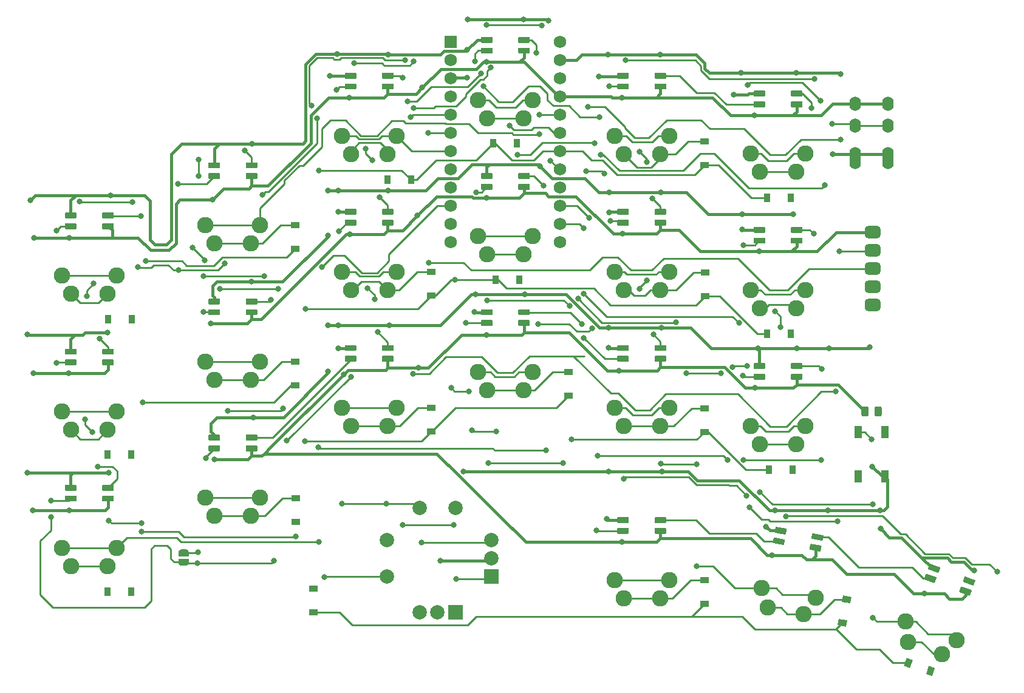
<source format=gbr>
%TF.GenerationSoftware,KiCad,Pcbnew,(5.1.10)-1*%
%TF.CreationDate,2021-12-02T09:38:37-08:00*%
%TF.ProjectId,luakeeb,6c75616b-6565-4622-9e6b-696361645f70,rev?*%
%TF.SameCoordinates,Original*%
%TF.FileFunction,Copper,L2,Bot*%
%TF.FilePolarity,Positive*%
%FSLAX46Y46*%
G04 Gerber Fmt 4.6, Leading zero omitted, Abs format (unit mm)*
G04 Created by KiCad (PCBNEW (5.1.10)-1) date 2021-12-02 09:38:37*
%MOMM*%
%LPD*%
G01*
G04 APERTURE LIST*
%TA.AperFunction,ComponentPad*%
%ADD10C,2.286000*%
%TD*%
%TA.AperFunction,ComponentPad*%
%ADD11R,2.000000X2.000000*%
%TD*%
%TA.AperFunction,ComponentPad*%
%ADD12C,2.000000*%
%TD*%
%TA.AperFunction,SMDPad,CuDef*%
%ADD13C,0.100000*%
%TD*%
%TA.AperFunction,SMDPad,CuDef*%
%ADD14R,0.900000X1.200000*%
%TD*%
%TA.AperFunction,SMDPad,CuDef*%
%ADD15R,1.100000X1.800000*%
%TD*%
%TA.AperFunction,ComponentPad*%
%ADD16O,1.600000X2.000000*%
%TD*%
%TA.AperFunction,SMDPad,CuDef*%
%ADD17R,1.200000X0.900000*%
%TD*%
%TA.AperFunction,ComponentPad*%
%ADD18R,1.752600X1.752600*%
%TD*%
%TA.AperFunction,ComponentPad*%
%ADD19C,1.752600*%
%TD*%
%TA.AperFunction,ViaPad*%
%ADD20C,0.800000*%
%TD*%
%TA.AperFunction,Conductor*%
%ADD21C,0.381000*%
%TD*%
%TA.AperFunction,Conductor*%
%ADD22C,0.254000*%
%TD*%
G04 APERTURE END LIST*
D10*
%TO.P,SW16,2*%
%TO.N,col0*%
X44807588Y-105566485D03*
%TO.P,SW16,1*%
%TO.N,Net-(D85-Pad2)*%
X38457588Y-108106485D03*
X43537588Y-108106485D03*
%TO.P,SW16,2*%
%TO.N,col0*%
X37187588Y-105566485D03*
%TD*%
%TO.P,SW10,2*%
%TO.N,col0*%
X44807589Y-86566486D03*
%TO.P,SW10,1*%
%TO.N,Net-(D83-Pad2)*%
X38457589Y-89106486D03*
X43537589Y-89106486D03*
%TO.P,SW10,2*%
%TO.N,col0*%
X37187589Y-86566486D03*
%TD*%
%TO.P,SW9,2*%
%TO.N,col0*%
X44807589Y-67566487D03*
%TO.P,SW9,1*%
%TO.N,Net-(D80-Pad2)*%
X38457589Y-70106487D03*
X43537589Y-70106487D03*
%TO.P,SW9,2*%
%TO.N,col0*%
X37187589Y-67566487D03*
%TD*%
%TO.P,SW35,2*%
%TO.N,col5*%
X161913614Y-118481872D03*
%TO.P,SW35,1*%
%TO.N,Net-(D35-Pad2)*%
X155077834Y-118696863D03*
X159851473Y-120434326D03*
%TO.P,SW35,2*%
%TO.N,col5*%
X154753156Y-115875679D03*
%TD*%
%TO.P,SW34,2*%
%TO.N,col4*%
X142228725Y-112519768D03*
%TO.P,SW34,1*%
%TO.N,Net-(D30-Pad2)*%
X135534130Y-113918514D03*
X140536953Y-114800647D03*
%TO.P,SW34,2*%
%TO.N,col4*%
X134724490Y-111196569D03*
%TD*%
%TO.P,SW25,2*%
%TO.N,col5*%
X140807585Y-88566487D03*
%TO.P,SW25,1*%
%TO.N,Net-(D25-Pad2)*%
X134457585Y-91106487D03*
X139537585Y-91106487D03*
%TO.P,SW25,2*%
%TO.N,col5*%
X133187585Y-88566487D03*
%TD*%
%TO.P,SW24,2*%
%TO.N,col4*%
X121807586Y-86066487D03*
%TO.P,SW24,1*%
%TO.N,Net-(D24-Pad2)*%
X115457586Y-88606487D03*
X120537586Y-88606487D03*
%TO.P,SW24,2*%
%TO.N,col4*%
X114187586Y-86066487D03*
%TD*%
%TO.P,SW23,2*%
%TO.N,col3*%
X102807586Y-81066487D03*
%TO.P,SW23,1*%
%TO.N,Net-(D20-Pad2)*%
X96457586Y-83606487D03*
X101537586Y-83606487D03*
%TO.P,SW23,2*%
%TO.N,col3*%
X95187586Y-81066487D03*
%TD*%
%TO.P,SW22,2*%
%TO.N,col2*%
X83807587Y-86066486D03*
%TO.P,SW22,1*%
%TO.N,Net-(D17-Pad2)*%
X77457587Y-88606486D03*
X82537587Y-88606486D03*
%TO.P,SW22,2*%
%TO.N,col2*%
X76187587Y-86066486D03*
%TD*%
%TO.P,SW21,2*%
%TO.N,col1*%
X64807588Y-98566485D03*
%TO.P,SW21,1*%
%TO.N,Net-(D21-Pad2)*%
X58457588Y-101106485D03*
X63537588Y-101106485D03*
%TO.P,SW21,2*%
%TO.N,col1*%
X57187588Y-98566485D03*
%TD*%
%TO.P,SW15,2*%
%TO.N,col5*%
X140807585Y-69566488D03*
%TO.P,SW15,1*%
%TO.N,Net-(D15-Pad2)*%
X134457585Y-72106488D03*
X139537585Y-72106488D03*
%TO.P,SW15,2*%
%TO.N,col5*%
X133187585Y-69566488D03*
%TD*%
%TO.P,SW14,2*%
%TO.N,col4*%
X121807586Y-67066487D03*
%TO.P,SW14,1*%
%TO.N,Net-(D14-Pad2)*%
X115457586Y-69606487D03*
X120537586Y-69606487D03*
%TO.P,SW14,2*%
%TO.N,col4*%
X114187586Y-67066487D03*
%TD*%
%TO.P,SW13,2*%
%TO.N,col3*%
X102807587Y-62066487D03*
%TO.P,SW13,1*%
%TO.N,Net-(D13-Pad2)*%
X96457587Y-64606487D03*
X101537587Y-64606487D03*
%TO.P,SW13,2*%
%TO.N,col3*%
X95187587Y-62066487D03*
%TD*%
%TO.P,SW12,2*%
%TO.N,col2*%
X83807588Y-67066487D03*
%TO.P,SW12,1*%
%TO.N,Net-(D12-Pad2)*%
X77457588Y-69606487D03*
X82537588Y-69606487D03*
%TO.P,SW12,2*%
%TO.N,col2*%
X76187588Y-67066487D03*
%TD*%
%TO.P,SW11,2*%
%TO.N,col1*%
X64807589Y-79566486D03*
%TO.P,SW11,1*%
%TO.N,Net-(D11-Pad2)*%
X58457589Y-82106486D03*
X63537589Y-82106486D03*
%TO.P,SW11,2*%
%TO.N,col1*%
X57187589Y-79566486D03*
%TD*%
%TO.P,SW6,2*%
%TO.N,col3*%
X121807586Y-110066487D03*
%TO.P,SW6,1*%
%TO.N,Net-(D26-Pad2)*%
X115457586Y-112606487D03*
X120537586Y-112606487D03*
%TO.P,SW6,2*%
%TO.N,col3*%
X114187586Y-110066487D03*
%TD*%
%TO.P,SW5,2*%
%TO.N,col5*%
X140807585Y-50566489D03*
%TO.P,SW5,1*%
%TO.N,Net-(D31-Pad2)*%
X134457585Y-53106489D03*
X139537585Y-53106489D03*
%TO.P,SW5,2*%
%TO.N,col5*%
X133187585Y-50566489D03*
%TD*%
%TO.P,SW4,2*%
%TO.N,col4*%
X121807586Y-48066488D03*
%TO.P,SW4,1*%
%TO.N,Net-(D27-Pad2)*%
X115457586Y-50606488D03*
X120537586Y-50606488D03*
%TO.P,SW4,2*%
%TO.N,col4*%
X114187586Y-48066488D03*
%TD*%
%TO.P,SW3,2*%
%TO.N,col3*%
X102807587Y-43066488D03*
%TO.P,SW3,1*%
%TO.N,Net-(D18-Pad2)*%
X96457587Y-45606488D03*
X101537587Y-45606488D03*
%TO.P,SW3,2*%
%TO.N,col3*%
X95187587Y-43066488D03*
%TD*%
%TO.P,SW2,2*%
%TO.N,col2*%
X83807588Y-48066488D03*
%TO.P,SW2,1*%
%TO.N,Net-(D10-Pad2)*%
X77457588Y-50606488D03*
X82537588Y-50606488D03*
%TO.P,SW2,2*%
%TO.N,col2*%
X76187588Y-48066488D03*
%TD*%
%TO.P,SW1,2*%
%TO.N,col1*%
X64807589Y-60566487D03*
%TO.P,SW1,1*%
%TO.N,Net-(D1-Pad2)*%
X58457589Y-63106487D03*
X63537589Y-63106487D03*
%TO.P,SW1,2*%
%TO.N,col1*%
X57187589Y-60566487D03*
%TD*%
D11*
%TO.P,SW42,A*%
%TO.N,ENC1A*%
X97011926Y-109529268D03*
D12*
%TO.P,SW42,C*%
%TO.N,GND*%
X97011926Y-107029268D03*
%TO.P,SW42,B*%
%TO.N,ENC1B*%
X97011926Y-104529268D03*
%TO.P,SW42,S2*%
%TO.N,Net-(D37-Pad2)*%
X82511926Y-109529268D03*
%TO.P,SW42,S1*%
%TO.N,col2*%
X82511926Y-104529268D03*
%TD*%
%TA.AperFunction,SMDPad,CuDef*%
D13*
%TO.P,JP1,2*%
%TO.N,Net-(D41-Pad4)*%
G36*
X53391494Y-106272505D02*
G01*
X53391494Y-106247971D01*
X53396304Y-106199140D01*
X53405876Y-106151015D01*
X53420120Y-106104060D01*
X53438897Y-106058727D01*
X53462028Y-106015454D01*
X53489288Y-105974655D01*
X53520416Y-105936726D01*
X53555113Y-105902029D01*
X53593042Y-105870901D01*
X53633841Y-105843641D01*
X53677114Y-105820510D01*
X53722447Y-105801733D01*
X53769402Y-105787489D01*
X53817527Y-105777917D01*
X53866358Y-105773107D01*
X53890892Y-105773107D01*
X53890892Y-105772505D01*
X54390892Y-105772505D01*
X54390892Y-105773107D01*
X54415426Y-105773107D01*
X54464257Y-105777917D01*
X54512382Y-105787489D01*
X54559337Y-105801733D01*
X54604670Y-105820510D01*
X54647943Y-105843641D01*
X54688742Y-105870901D01*
X54726671Y-105902029D01*
X54761368Y-105936726D01*
X54792496Y-105974655D01*
X54819756Y-106015454D01*
X54842887Y-106058727D01*
X54861664Y-106104060D01*
X54875908Y-106151015D01*
X54885480Y-106199140D01*
X54890290Y-106247971D01*
X54890290Y-106272505D01*
X54890892Y-106272505D01*
X54890892Y-106772505D01*
X53390892Y-106772505D01*
X53390892Y-106272505D01*
X53391494Y-106272505D01*
G37*
%TD.AperFunction*%
%TA.AperFunction,SMDPad,CuDef*%
%TO.P,JP1,1*%
%TO.N,led*%
G36*
X54890892Y-107072505D02*
G01*
X54890892Y-107572505D01*
X54890290Y-107572505D01*
X54890290Y-107597039D01*
X54885480Y-107645870D01*
X54875908Y-107693995D01*
X54861664Y-107740950D01*
X54842887Y-107786283D01*
X54819756Y-107829556D01*
X54792496Y-107870355D01*
X54761368Y-107908284D01*
X54726671Y-107942981D01*
X54688742Y-107974109D01*
X54647943Y-108001369D01*
X54604670Y-108024500D01*
X54559337Y-108043277D01*
X54512382Y-108057521D01*
X54464257Y-108067093D01*
X54415426Y-108071903D01*
X54390892Y-108071903D01*
X54390892Y-108072505D01*
X53890892Y-108072505D01*
X53890892Y-108071903D01*
X53866358Y-108071903D01*
X53817527Y-108067093D01*
X53769402Y-108057521D01*
X53722447Y-108043277D01*
X53677114Y-108024500D01*
X53633841Y-108001369D01*
X53593042Y-107974109D01*
X53555113Y-107942981D01*
X53520416Y-107908284D01*
X53489288Y-107870355D01*
X53462028Y-107829556D01*
X53438897Y-107786283D01*
X53420120Y-107740950D01*
X53405876Y-107693995D01*
X53396304Y-107645870D01*
X53391494Y-107597039D01*
X53391494Y-107572505D01*
X53390892Y-107572505D01*
X53390892Y-107072505D01*
X54890892Y-107072505D01*
G37*
%TD.AperFunction*%
%TD*%
D14*
%TO.P,D86,2*%
%TO.N,Net-(D85-Pad2)*%
X43542393Y-111673704D03*
%TO.P,D86,1*%
%TO.N,row2*%
X46842393Y-111673704D03*
%TD*%
%TO.P,D83,1*%
%TO.N,row1*%
X46842393Y-92572904D03*
%TO.P,D83,2*%
%TO.N,Net-(D83-Pad2)*%
X43542393Y-92572904D03*
%TD*%
%TO.P,D82,2*%
%TO.N,Net-(D80-Pad2)*%
X43580493Y-73700704D03*
%TO.P,D82,1*%
%TO.N,row0*%
X46880493Y-73700704D03*
%TD*%
%TO.P,D79,3*%
%TO.N,GND*%
%TA.AperFunction,SMDPad,CuDef*%
G36*
G01*
X39115589Y-59606488D02*
X37679589Y-59606488D01*
G75*
G02*
X37597589Y-59524488I0J82000D01*
G01*
X37597589Y-58868488D01*
G75*
G02*
X37679589Y-58786488I82000J0D01*
G01*
X39115589Y-58786488D01*
G75*
G02*
X39197589Y-58868488I0J-82000D01*
G01*
X39197589Y-59524488D01*
G75*
G02*
X39115589Y-59606488I-82000J0D01*
G01*
G37*
%TD.AperFunction*%
%TO.P,D79,4*%
%TO.N,Net-(D77-Pad2)*%
%TA.AperFunction,SMDPad,CuDef*%
G36*
G01*
X39115589Y-61106488D02*
X37679589Y-61106488D01*
G75*
G02*
X37597589Y-61024488I0J82000D01*
G01*
X37597589Y-60368488D01*
G75*
G02*
X37679589Y-60286488I82000J0D01*
G01*
X39115589Y-60286488D01*
G75*
G02*
X39197589Y-60368488I0J-82000D01*
G01*
X39197589Y-61024488D01*
G75*
G02*
X39115589Y-61106488I-82000J0D01*
G01*
G37*
%TD.AperFunction*%
%TO.P,D79,2*%
%TO.N,Net-(D41-Pad4)*%
%TA.AperFunction,SMDPad,CuDef*%
G36*
G01*
X44315589Y-59606488D02*
X42879589Y-59606488D01*
G75*
G02*
X42797589Y-59524488I0J82000D01*
G01*
X42797589Y-58868488D01*
G75*
G02*
X42879589Y-58786488I82000J0D01*
G01*
X44315589Y-58786488D01*
G75*
G02*
X44397589Y-58868488I0J-82000D01*
G01*
X44397589Y-59524488D01*
G75*
G02*
X44315589Y-59606488I-82000J0D01*
G01*
G37*
%TD.AperFunction*%
%TO.P,D79,1*%
%TO.N,+5V*%
%TA.AperFunction,SMDPad,CuDef*%
G36*
G01*
X44315589Y-61106488D02*
X42879589Y-61106488D01*
G75*
G02*
X42797589Y-61024488I0J82000D01*
G01*
X42797589Y-60368488D01*
G75*
G02*
X42879589Y-60286488I82000J0D01*
G01*
X44315589Y-60286488D01*
G75*
G02*
X44397589Y-60368488I0J-82000D01*
G01*
X44397589Y-61024488D01*
G75*
G02*
X44315589Y-61106488I-82000J0D01*
G01*
G37*
%TD.AperFunction*%
%TD*%
%TO.P,D77,3*%
%TO.N,GND*%
%TA.AperFunction,SMDPad,CuDef*%
G36*
G01*
X39115589Y-78606487D02*
X37679589Y-78606487D01*
G75*
G02*
X37597589Y-78524487I0J82000D01*
G01*
X37597589Y-77868487D01*
G75*
G02*
X37679589Y-77786487I82000J0D01*
G01*
X39115589Y-77786487D01*
G75*
G02*
X39197589Y-77868487I0J-82000D01*
G01*
X39197589Y-78524487D01*
G75*
G02*
X39115589Y-78606487I-82000J0D01*
G01*
G37*
%TD.AperFunction*%
%TO.P,D77,4*%
%TO.N,Net-(D75-Pad2)*%
%TA.AperFunction,SMDPad,CuDef*%
G36*
G01*
X39115589Y-80106487D02*
X37679589Y-80106487D01*
G75*
G02*
X37597589Y-80024487I0J82000D01*
G01*
X37597589Y-79368487D01*
G75*
G02*
X37679589Y-79286487I82000J0D01*
G01*
X39115589Y-79286487D01*
G75*
G02*
X39197589Y-79368487I0J-82000D01*
G01*
X39197589Y-80024487D01*
G75*
G02*
X39115589Y-80106487I-82000J0D01*
G01*
G37*
%TD.AperFunction*%
%TO.P,D77,2*%
%TO.N,Net-(D77-Pad2)*%
%TA.AperFunction,SMDPad,CuDef*%
G36*
G01*
X44315589Y-78606487D02*
X42879589Y-78606487D01*
G75*
G02*
X42797589Y-78524487I0J82000D01*
G01*
X42797589Y-77868487D01*
G75*
G02*
X42879589Y-77786487I82000J0D01*
G01*
X44315589Y-77786487D01*
G75*
G02*
X44397589Y-77868487I0J-82000D01*
G01*
X44397589Y-78524487D01*
G75*
G02*
X44315589Y-78606487I-82000J0D01*
G01*
G37*
%TD.AperFunction*%
%TO.P,D77,1*%
%TO.N,+5V*%
%TA.AperFunction,SMDPad,CuDef*%
G36*
G01*
X44315589Y-80106487D02*
X42879589Y-80106487D01*
G75*
G02*
X42797589Y-80024487I0J82000D01*
G01*
X42797589Y-79368487D01*
G75*
G02*
X42879589Y-79286487I82000J0D01*
G01*
X44315589Y-79286487D01*
G75*
G02*
X44397589Y-79368487I0J-82000D01*
G01*
X44397589Y-80024487D01*
G75*
G02*
X44315589Y-80106487I-82000J0D01*
G01*
G37*
%TD.AperFunction*%
%TD*%
%TO.P,D75,3*%
%TO.N,GND*%
%TA.AperFunction,SMDPad,CuDef*%
G36*
G01*
X39115588Y-97606486D02*
X37679588Y-97606486D01*
G75*
G02*
X37597588Y-97524486I0J82000D01*
G01*
X37597588Y-96868486D01*
G75*
G02*
X37679588Y-96786486I82000J0D01*
G01*
X39115588Y-96786486D01*
G75*
G02*
X39197588Y-96868486I0J-82000D01*
G01*
X39197588Y-97524486D01*
G75*
G02*
X39115588Y-97606486I-82000J0D01*
G01*
G37*
%TD.AperFunction*%
%TO.P,D75,4*%
%TO.N,led*%
%TA.AperFunction,SMDPad,CuDef*%
G36*
G01*
X39115588Y-99106486D02*
X37679588Y-99106486D01*
G75*
G02*
X37597588Y-99024486I0J82000D01*
G01*
X37597588Y-98368486D01*
G75*
G02*
X37679588Y-98286486I82000J0D01*
G01*
X39115588Y-98286486D01*
G75*
G02*
X39197588Y-98368486I0J-82000D01*
G01*
X39197588Y-99024486D01*
G75*
G02*
X39115588Y-99106486I-82000J0D01*
G01*
G37*
%TD.AperFunction*%
%TO.P,D75,2*%
%TO.N,Net-(D75-Pad2)*%
%TA.AperFunction,SMDPad,CuDef*%
G36*
G01*
X44315588Y-97606486D02*
X42879588Y-97606486D01*
G75*
G02*
X42797588Y-97524486I0J82000D01*
G01*
X42797588Y-96868486D01*
G75*
G02*
X42879588Y-96786486I82000J0D01*
G01*
X44315588Y-96786486D01*
G75*
G02*
X44397588Y-96868486I0J-82000D01*
G01*
X44397588Y-97524486D01*
G75*
G02*
X44315588Y-97606486I-82000J0D01*
G01*
G37*
%TD.AperFunction*%
%TO.P,D75,1*%
%TO.N,+5V*%
%TA.AperFunction,SMDPad,CuDef*%
G36*
G01*
X44315588Y-99106486D02*
X42879588Y-99106486D01*
G75*
G02*
X42797588Y-99024486I0J82000D01*
G01*
X42797588Y-98368486D01*
G75*
G02*
X42879588Y-98286486I82000J0D01*
G01*
X44315588Y-98286486D01*
G75*
G02*
X44397588Y-98368486I0J-82000D01*
G01*
X44397588Y-99024486D01*
G75*
G02*
X44315588Y-99106486I-82000J0D01*
G01*
G37*
%TD.AperFunction*%
%TD*%
D11*
%TO.P,SW7,A*%
%TO.N,ENC1A*%
X92011926Y-114529268D03*
D12*
%TO.P,SW7,C*%
%TO.N,GND*%
X89511926Y-114529268D03*
%TO.P,SW7,B*%
%TO.N,ENC1B*%
X87011926Y-114529268D03*
%TO.P,SW7,S2*%
%TO.N,Net-(D37-Pad2)*%
X92011926Y-100029268D03*
%TO.P,SW7,S1*%
%TO.N,col2*%
X87011926Y-100029268D03*
%TD*%
D15*
%TO.P,SW8,1*%
%TO.N,GND*%
X151893593Y-95634804D03*
%TO.P,SW8,2*%
%TO.N,RESET*%
X148193593Y-89434804D03*
%TO.P,SW8,3*%
%TO.N,N/C*%
X148193593Y-95634804D03*
%TO.P,SW8,4*%
X151893593Y-89434804D03*
%TD*%
%TO.P,R1,2*%
%TO.N,RESET*%
%TA.AperFunction,SMDPad,CuDef*%
G36*
G01*
X150443593Y-86990405D02*
X150443593Y-86090403D01*
G75*
G02*
X150693592Y-85840404I249999J0D01*
G01*
X151218594Y-85840404D01*
G75*
G02*
X151468593Y-86090403I0J-249999D01*
G01*
X151468593Y-86990405D01*
G75*
G02*
X151218594Y-87240404I-249999J0D01*
G01*
X150693592Y-87240404D01*
G75*
G02*
X150443593Y-86990405I0J249999D01*
G01*
G37*
%TD.AperFunction*%
%TO.P,R1,1*%
%TO.N,+5V*%
%TA.AperFunction,SMDPad,CuDef*%
G36*
G01*
X148618593Y-86990405D02*
X148618593Y-86090403D01*
G75*
G02*
X148868592Y-85840404I249999J0D01*
G01*
X149393594Y-85840404D01*
G75*
G02*
X149643593Y-86090403I0J-249999D01*
G01*
X149643593Y-86990405D01*
G75*
G02*
X149393594Y-87240404I-249999J0D01*
G01*
X148868592Y-87240404D01*
G75*
G02*
X148618593Y-86990405I0J249999D01*
G01*
G37*
%TD.AperFunction*%
%TD*%
%TO.P,D48,3*%
%TO.N,GND*%
%TA.AperFunction,SMDPad,CuDef*%
G36*
G01*
X97115587Y-35106489D02*
X95679587Y-35106489D01*
G75*
G02*
X95597587Y-35024489I0J82000D01*
G01*
X95597587Y-34368489D01*
G75*
G02*
X95679587Y-34286489I82000J0D01*
G01*
X97115587Y-34286489D01*
G75*
G02*
X97197587Y-34368489I0J-82000D01*
G01*
X97197587Y-35024489D01*
G75*
G02*
X97115587Y-35106489I-82000J0D01*
G01*
G37*
%TD.AperFunction*%
%TO.P,D48,4*%
%TO.N,Net-(D47-Pad2)*%
%TA.AperFunction,SMDPad,CuDef*%
G36*
G01*
X97115587Y-36606489D02*
X95679587Y-36606489D01*
G75*
G02*
X95597587Y-36524489I0J82000D01*
G01*
X95597587Y-35868489D01*
G75*
G02*
X95679587Y-35786489I82000J0D01*
G01*
X97115587Y-35786489D01*
G75*
G02*
X97197587Y-35868489I0J-82000D01*
G01*
X97197587Y-36524489D01*
G75*
G02*
X97115587Y-36606489I-82000J0D01*
G01*
G37*
%TD.AperFunction*%
%TO.P,D48,2*%
%TO.N,Net-(D48-Pad2)*%
%TA.AperFunction,SMDPad,CuDef*%
G36*
G01*
X102315587Y-35106489D02*
X100879587Y-35106489D01*
G75*
G02*
X100797587Y-35024489I0J82000D01*
G01*
X100797587Y-34368489D01*
G75*
G02*
X100879587Y-34286489I82000J0D01*
G01*
X102315587Y-34286489D01*
G75*
G02*
X102397587Y-34368489I0J-82000D01*
G01*
X102397587Y-35024489D01*
G75*
G02*
X102315587Y-35106489I-82000J0D01*
G01*
G37*
%TD.AperFunction*%
%TO.P,D48,1*%
%TO.N,+5V*%
%TA.AperFunction,SMDPad,CuDef*%
G36*
G01*
X102315587Y-36606489D02*
X100879587Y-36606489D01*
G75*
G02*
X100797587Y-36524489I0J82000D01*
G01*
X100797587Y-35868489D01*
G75*
G02*
X100879587Y-35786489I82000J0D01*
G01*
X102315587Y-35786489D01*
G75*
G02*
X102397587Y-35868489I0J-82000D01*
G01*
X102397587Y-36524489D01*
G75*
G02*
X102315587Y-36606489I-82000J0D01*
G01*
G37*
%TD.AperFunction*%
%TD*%
%TO.P,J1,1*%
%TO.N,+5V*%
%TA.AperFunction,ComponentPad*%
G36*
G01*
X151289593Y-61096404D02*
X151289593Y-61946404D01*
G75*
G02*
X150864593Y-62371404I-425000J0D01*
G01*
X149514593Y-62371404D01*
G75*
G02*
X149089593Y-61946404I0J425000D01*
G01*
X149089593Y-61096404D01*
G75*
G02*
X149514593Y-60671404I425000J0D01*
G01*
X150864593Y-60671404D01*
G75*
G02*
X151289593Y-61096404I0J-425000D01*
G01*
G37*
%TD.AperFunction*%
%TO.P,J1,2*%
%TO.N,sda*%
%TA.AperFunction,ComponentPad*%
G36*
G01*
X150864593Y-64911404D02*
X149514593Y-64911404D01*
G75*
G02*
X149089593Y-64486404I0J425000D01*
G01*
X149089593Y-63636404D01*
G75*
G02*
X149514593Y-63211404I425000J0D01*
G01*
X150864593Y-63211404D01*
G75*
G02*
X151289593Y-63636404I0J-425000D01*
G01*
X151289593Y-64486404D01*
G75*
G02*
X150864593Y-64911404I-425000J0D01*
G01*
G37*
%TD.AperFunction*%
%TO.P,J1,3*%
%TO.N,scl*%
%TA.AperFunction,ComponentPad*%
G36*
G01*
X150864593Y-67451404D02*
X149514593Y-67451404D01*
G75*
G02*
X149089593Y-67026404I0J425000D01*
G01*
X149089593Y-66176404D01*
G75*
G02*
X149514593Y-65751404I425000J0D01*
G01*
X150864593Y-65751404D01*
G75*
G02*
X151289593Y-66176404I0J-425000D01*
G01*
X151289593Y-67026404D01*
G75*
G02*
X150864593Y-67451404I-425000J0D01*
G01*
G37*
%TD.AperFunction*%
%TO.P,J1,4*%
%TO.N,Net-(J1-Pad4)*%
%TA.AperFunction,ComponentPad*%
G36*
G01*
X150864593Y-69991404D02*
X149514593Y-69991404D01*
G75*
G02*
X149089593Y-69566404I0J425000D01*
G01*
X149089593Y-68716404D01*
G75*
G02*
X149514593Y-68291404I425000J0D01*
G01*
X150864593Y-68291404D01*
G75*
G02*
X151289593Y-68716404I0J-425000D01*
G01*
X151289593Y-69566404D01*
G75*
G02*
X150864593Y-69991404I-425000J0D01*
G01*
G37*
%TD.AperFunction*%
%TO.P,J1,5*%
%TO.N,GND*%
%TA.AperFunction,ComponentPad*%
G36*
G01*
X150864593Y-72531404D02*
X149514593Y-72531404D01*
G75*
G02*
X149089593Y-72106404I0J425000D01*
G01*
X149089593Y-71256404D01*
G75*
G02*
X149514593Y-70831404I425000J0D01*
G01*
X150864593Y-70831404D01*
G75*
G02*
X151289593Y-71256404I0J-425000D01*
G01*
X151289593Y-72106404D01*
G75*
G02*
X150864593Y-72531404I-425000J0D01*
G01*
G37*
%TD.AperFunction*%
%TD*%
D16*
%TO.P,U4,1*%
%TO.N,GND*%
X152343593Y-51739404D03*
%TO.P,U4,2*%
X147743593Y-50639404D03*
%TO.P,U4,4*%
%TO.N,+5V*%
X147743593Y-43639404D03*
%TO.P,U4,3*%
%TO.N,data*%
X147743593Y-46639404D03*
%TD*%
%TO.P,U3,1*%
%TO.N,GND*%
X147743593Y-51739404D03*
%TO.P,U3,2*%
X152343593Y-50639404D03*
%TO.P,U3,4*%
%TO.N,+5V*%
X152343593Y-43639404D03*
%TO.P,U3,3*%
%TO.N,data*%
X152343593Y-46639404D03*
%TD*%
%TO.P,D51,3*%
%TO.N,GND*%
%TA.AperFunction,SMDPad,CuDef*%
G36*
G01*
X116115586Y-78106488D02*
X114679586Y-78106488D01*
G75*
G02*
X114597586Y-78024488I0J82000D01*
G01*
X114597586Y-77368488D01*
G75*
G02*
X114679586Y-77286488I82000J0D01*
G01*
X116115586Y-77286488D01*
G75*
G02*
X116197586Y-77368488I0J-82000D01*
G01*
X116197586Y-78024488D01*
G75*
G02*
X116115586Y-78106488I-82000J0D01*
G01*
G37*
%TD.AperFunction*%
%TO.P,D51,4*%
%TO.N,Net-(D50-Pad2)*%
%TA.AperFunction,SMDPad,CuDef*%
G36*
G01*
X116115586Y-79606488D02*
X114679586Y-79606488D01*
G75*
G02*
X114597586Y-79524488I0J82000D01*
G01*
X114597586Y-78868488D01*
G75*
G02*
X114679586Y-78786488I82000J0D01*
G01*
X116115586Y-78786488D01*
G75*
G02*
X116197586Y-78868488I0J-82000D01*
G01*
X116197586Y-79524488D01*
G75*
G02*
X116115586Y-79606488I-82000J0D01*
G01*
G37*
%TD.AperFunction*%
%TO.P,D51,2*%
%TO.N,Net-(D51-Pad2)*%
%TA.AperFunction,SMDPad,CuDef*%
G36*
G01*
X121315586Y-78106488D02*
X119879586Y-78106488D01*
G75*
G02*
X119797586Y-78024488I0J82000D01*
G01*
X119797586Y-77368488D01*
G75*
G02*
X119879586Y-77286488I82000J0D01*
G01*
X121315586Y-77286488D01*
G75*
G02*
X121397586Y-77368488I0J-82000D01*
G01*
X121397586Y-78024488D01*
G75*
G02*
X121315586Y-78106488I-82000J0D01*
G01*
G37*
%TD.AperFunction*%
%TO.P,D51,1*%
%TO.N,+5V*%
%TA.AperFunction,SMDPad,CuDef*%
G36*
G01*
X121315586Y-79606488D02*
X119879586Y-79606488D01*
G75*
G02*
X119797586Y-79524488I0J82000D01*
G01*
X119797586Y-78868488D01*
G75*
G02*
X119879586Y-78786488I82000J0D01*
G01*
X121315586Y-78786488D01*
G75*
G02*
X121397586Y-78868488I0J-82000D01*
G01*
X121397586Y-79524488D01*
G75*
G02*
X121315586Y-79606488I-82000J0D01*
G01*
G37*
%TD.AperFunction*%
%TD*%
D17*
%TO.P,D6,2*%
%TO.N,Net-(D26-Pad2)*%
X126726393Y-110061804D03*
%TO.P,D6,1*%
%TO.N,row3*%
X126726393Y-113361804D03*
%TD*%
D18*
%TO.P,U1,1*%
%TO.N,led*%
X91369593Y-34978404D03*
D19*
%TO.P,U1,2*%
%TO.N,data*%
X91369593Y-37518404D03*
%TO.P,U1,3*%
%TO.N,GND*%
X91369593Y-40058404D03*
%TO.P,U1,4*%
X91369593Y-42598404D03*
%TO.P,U1,5*%
%TO.N,sda*%
X91369593Y-45138404D03*
%TO.P,U1,6*%
%TO.N,scl*%
X91369593Y-47678404D03*
%TO.P,U1,7*%
%TO.N,col2*%
X91369593Y-50218404D03*
%TO.P,U1,8*%
%TO.N,Net-(U1-Pad8)*%
X91369593Y-52758404D03*
%TO.P,U1,9*%
%TO.N,row1*%
X91369593Y-55298404D03*
%TO.P,U1,10*%
%TO.N,row3*%
X91369593Y-57838404D03*
%TO.P,U1,11*%
%TO.N,ENC1A*%
X91369593Y-60378404D03*
%TO.P,U1,13*%
%TO.N,Net-(U1-Pad13)*%
X106609593Y-62918404D03*
%TO.P,U1,14*%
%TO.N,col5*%
X106609593Y-60378404D03*
%TO.P,U1,15*%
%TO.N,row2*%
X106609593Y-57838404D03*
%TO.P,U1,16*%
%TO.N,col4*%
X106609593Y-55298404D03*
%TO.P,U1,17*%
%TO.N,col0*%
X106609593Y-52758404D03*
%TO.P,U1,18*%
%TO.N,row0*%
X106609593Y-50218404D03*
%TO.P,U1,19*%
%TO.N,col3*%
X106609593Y-47678404D03*
%TO.P,U1,20*%
%TO.N,col1*%
X106609593Y-45138404D03*
%TO.P,U1,21*%
%TO.N,+5V*%
X106609593Y-42598404D03*
%TO.P,U1,22*%
%TO.N,RESET*%
X106609593Y-40058404D03*
%TO.P,U1,23*%
%TO.N,GND*%
X106609593Y-37518404D03*
%TO.P,U1,12*%
%TO.N,ENC1B*%
X91369593Y-62918404D03*
%TO.P,U1,24*%
%TO.N,Net-(U1-Pad24)*%
X106609593Y-34978404D03*
%TD*%
%TO.P,D59,3*%
%TO.N,GND*%
%TA.AperFunction,SMDPad,CuDef*%
G36*
G01*
X138005439Y-103692294D02*
X136591255Y-103442936D01*
G75*
G02*
X136524740Y-103347943I14239J80754D01*
G01*
X136638654Y-102701909D01*
G75*
G02*
X136733647Y-102635394I80754J-14239D01*
G01*
X138147831Y-102884752D01*
G75*
G02*
X138214346Y-102979745I-14239J-80754D01*
G01*
X138100432Y-103625779D01*
G75*
G02*
X138005439Y-103692294I-80754J14239D01*
G01*
G37*
%TD.AperFunction*%
%TO.P,D59,4*%
%TO.N,Net-(D57-Pad2)*%
%TA.AperFunction,SMDPad,CuDef*%
G36*
G01*
X137744966Y-105169505D02*
X136330782Y-104920147D01*
G75*
G02*
X136264267Y-104825154I14239J80754D01*
G01*
X136378181Y-104179120D01*
G75*
G02*
X136473174Y-104112605I80754J-14239D01*
G01*
X137887358Y-104361963D01*
G75*
G02*
X137953873Y-104456956I-14239J-80754D01*
G01*
X137839959Y-105102990D01*
G75*
G02*
X137744966Y-105169505I-80754J14239D01*
G01*
G37*
%TD.AperFunction*%
%TO.P,D59,2*%
%TO.N,Net-(D59-Pad2)*%
%TA.AperFunction,SMDPad,CuDef*%
G36*
G01*
X143126439Y-104595264D02*
X141712255Y-104345906D01*
G75*
G02*
X141645740Y-104250913I14239J80754D01*
G01*
X141759654Y-103604879D01*
G75*
G02*
X141854647Y-103538364I80754J-14239D01*
G01*
X143268831Y-103787722D01*
G75*
G02*
X143335346Y-103882715I-14239J-80754D01*
G01*
X143221432Y-104528749D01*
G75*
G02*
X143126439Y-104595264I-80754J14239D01*
G01*
G37*
%TD.AperFunction*%
%TO.P,D59,1*%
%TO.N,+5V*%
%TA.AperFunction,SMDPad,CuDef*%
G36*
G01*
X142865967Y-106072476D02*
X141451783Y-105823118D01*
G75*
G02*
X141385268Y-105728125I14239J80754D01*
G01*
X141499182Y-105082091D01*
G75*
G02*
X141594175Y-105015576I80754J-14239D01*
G01*
X143008359Y-105264934D01*
G75*
G02*
X143074874Y-105359927I-14239J-80754D01*
G01*
X142960960Y-106005961D01*
G75*
G02*
X142865967Y-106072476I-80754J14239D01*
G01*
G37*
%TD.AperFunction*%
%TD*%
%TO.P,D57,3*%
%TO.N,GND*%
%TA.AperFunction,SMDPad,CuDef*%
G36*
G01*
X116115586Y-102106488D02*
X114679586Y-102106488D01*
G75*
G02*
X114597586Y-102024488I0J82000D01*
G01*
X114597586Y-101368488D01*
G75*
G02*
X114679586Y-101286488I82000J0D01*
G01*
X116115586Y-101286488D01*
G75*
G02*
X116197586Y-101368488I0J-82000D01*
G01*
X116197586Y-102024488D01*
G75*
G02*
X116115586Y-102106488I-82000J0D01*
G01*
G37*
%TD.AperFunction*%
%TO.P,D57,4*%
%TO.N,Net-(D56-Pad2)*%
%TA.AperFunction,SMDPad,CuDef*%
G36*
G01*
X116115586Y-103606488D02*
X114679586Y-103606488D01*
G75*
G02*
X114597586Y-103524488I0J82000D01*
G01*
X114597586Y-102868488D01*
G75*
G02*
X114679586Y-102786488I82000J0D01*
G01*
X116115586Y-102786488D01*
G75*
G02*
X116197586Y-102868488I0J-82000D01*
G01*
X116197586Y-103524488D01*
G75*
G02*
X116115586Y-103606488I-82000J0D01*
G01*
G37*
%TD.AperFunction*%
%TO.P,D57,2*%
%TO.N,Net-(D57-Pad2)*%
%TA.AperFunction,SMDPad,CuDef*%
G36*
G01*
X121315586Y-102106488D02*
X119879586Y-102106488D01*
G75*
G02*
X119797586Y-102024488I0J82000D01*
G01*
X119797586Y-101368488D01*
G75*
G02*
X119879586Y-101286488I82000J0D01*
G01*
X121315586Y-101286488D01*
G75*
G02*
X121397586Y-101368488I0J-82000D01*
G01*
X121397586Y-102024488D01*
G75*
G02*
X121315586Y-102106488I-82000J0D01*
G01*
G37*
%TD.AperFunction*%
%TO.P,D57,1*%
%TO.N,+5V*%
%TA.AperFunction,SMDPad,CuDef*%
G36*
G01*
X121315586Y-103606488D02*
X119879586Y-103606488D01*
G75*
G02*
X119797586Y-103524488I0J82000D01*
G01*
X119797586Y-102868488D01*
G75*
G02*
X119879586Y-102786488I82000J0D01*
G01*
X121315586Y-102786488D01*
G75*
G02*
X121397586Y-102868488I0J-82000D01*
G01*
X121397586Y-103524488D01*
G75*
G02*
X121315586Y-103606488I-82000J0D01*
G01*
G37*
%TD.AperFunction*%
%TD*%
%TO.P,D60,3*%
%TO.N,GND*%
%TA.AperFunction,SMDPad,CuDef*%
G36*
G01*
X159287363Y-109055142D02*
X157937964Y-108564001D01*
G75*
G02*
X157888955Y-108458900I28046J77055D01*
G01*
X158113320Y-107842461D01*
G75*
G02*
X158218421Y-107793452I77055J-28046D01*
G01*
X159567820Y-108284593D01*
G75*
G02*
X159616829Y-108389694I-28046J-77055D01*
G01*
X159392464Y-109006133D01*
G75*
G02*
X159287363Y-109055142I-77055J28046D01*
G01*
G37*
%TD.AperFunction*%
%TO.P,D60,4*%
%TO.N,Net-(D59-Pad2)*%
%TA.AperFunction,SMDPad,CuDef*%
G36*
G01*
X158774333Y-110464681D02*
X157424934Y-109973540D01*
G75*
G02*
X157375925Y-109868439I28046J77055D01*
G01*
X157600290Y-109252000D01*
G75*
G02*
X157705391Y-109202991I77055J-28046D01*
G01*
X159054790Y-109694132D01*
G75*
G02*
X159103799Y-109799233I-28046J-77055D01*
G01*
X158879434Y-110415672D01*
G75*
G02*
X158774333Y-110464681I-77055J28046D01*
G01*
G37*
%TD.AperFunction*%
%TO.P,D60,2*%
%TO.N,Net-(D60-Pad2)*%
%TA.AperFunction,SMDPad,CuDef*%
G36*
G01*
X164173765Y-110833646D02*
X162824366Y-110342505D01*
G75*
G02*
X162775357Y-110237404I28046J77055D01*
G01*
X162999722Y-109620965D01*
G75*
G02*
X163104823Y-109571956I77055J-28046D01*
G01*
X164454222Y-110063097D01*
G75*
G02*
X164503231Y-110168198I-28046J-77055D01*
G01*
X164278866Y-110784637D01*
G75*
G02*
X164173765Y-110833646I-77055J28046D01*
G01*
G37*
%TD.AperFunction*%
%TO.P,D60,1*%
%TO.N,+5V*%
%TA.AperFunction,SMDPad,CuDef*%
G36*
G01*
X163660735Y-112243185D02*
X162311336Y-111752044D01*
G75*
G02*
X162262327Y-111646943I28046J77055D01*
G01*
X162486692Y-111030504D01*
G75*
G02*
X162591793Y-110981495I77055J-28046D01*
G01*
X163941192Y-111472636D01*
G75*
G02*
X163990201Y-111577737I-28046J-77055D01*
G01*
X163765836Y-112194176D01*
G75*
G02*
X163660735Y-112243185I-77055J28046D01*
G01*
G37*
%TD.AperFunction*%
%TD*%
%TO.P,D56,3*%
%TO.N,GND*%
%TA.AperFunction,SMDPad,CuDef*%
G36*
G01*
X135115585Y-80606488D02*
X133679585Y-80606488D01*
G75*
G02*
X133597585Y-80524488I0J82000D01*
G01*
X133597585Y-79868488D01*
G75*
G02*
X133679585Y-79786488I82000J0D01*
G01*
X135115585Y-79786488D01*
G75*
G02*
X135197585Y-79868488I0J-82000D01*
G01*
X135197585Y-80524488D01*
G75*
G02*
X135115585Y-80606488I-82000J0D01*
G01*
G37*
%TD.AperFunction*%
%TO.P,D56,4*%
%TO.N,Net-(D55-Pad2)*%
%TA.AperFunction,SMDPad,CuDef*%
G36*
G01*
X135115585Y-82106488D02*
X133679585Y-82106488D01*
G75*
G02*
X133597585Y-82024488I0J82000D01*
G01*
X133597585Y-81368488D01*
G75*
G02*
X133679585Y-81286488I82000J0D01*
G01*
X135115585Y-81286488D01*
G75*
G02*
X135197585Y-81368488I0J-82000D01*
G01*
X135197585Y-82024488D01*
G75*
G02*
X135115585Y-82106488I-82000J0D01*
G01*
G37*
%TD.AperFunction*%
%TO.P,D56,2*%
%TO.N,Net-(D56-Pad2)*%
%TA.AperFunction,SMDPad,CuDef*%
G36*
G01*
X140315585Y-80606488D02*
X138879585Y-80606488D01*
G75*
G02*
X138797585Y-80524488I0J82000D01*
G01*
X138797585Y-79868488D01*
G75*
G02*
X138879585Y-79786488I82000J0D01*
G01*
X140315585Y-79786488D01*
G75*
G02*
X140397585Y-79868488I0J-82000D01*
G01*
X140397585Y-80524488D01*
G75*
G02*
X140315585Y-80606488I-82000J0D01*
G01*
G37*
%TD.AperFunction*%
%TO.P,D56,1*%
%TO.N,+5V*%
%TA.AperFunction,SMDPad,CuDef*%
G36*
G01*
X140315585Y-82106488D02*
X138879585Y-82106488D01*
G75*
G02*
X138797585Y-82024488I0J82000D01*
G01*
X138797585Y-81368488D01*
G75*
G02*
X138879585Y-81286488I82000J0D01*
G01*
X140315585Y-81286488D01*
G75*
G02*
X140397585Y-81368488I0J-82000D01*
G01*
X140397585Y-82024488D01*
G75*
G02*
X140315585Y-82106488I-82000J0D01*
G01*
G37*
%TD.AperFunction*%
%TD*%
D17*
%TO.P,D81,2*%
%TO.N,Net-(D37-Pad2)*%
X72192593Y-111258404D03*
%TO.P,D81,1*%
%TO.N,row3*%
X72192593Y-114558404D03*
%TD*%
%TO.P,D45,3*%
%TO.N,GND*%
%TA.AperFunction,SMDPad,CuDef*%
G36*
G01*
X78115587Y-78106487D02*
X76679587Y-78106487D01*
G75*
G02*
X76597587Y-78024487I0J82000D01*
G01*
X76597587Y-77368487D01*
G75*
G02*
X76679587Y-77286487I82000J0D01*
G01*
X78115587Y-77286487D01*
G75*
G02*
X78197587Y-77368487I0J-82000D01*
G01*
X78197587Y-78024487D01*
G75*
G02*
X78115587Y-78106487I-82000J0D01*
G01*
G37*
%TD.AperFunction*%
%TO.P,D45,4*%
%TO.N,Net-(D43-Pad2)*%
%TA.AperFunction,SMDPad,CuDef*%
G36*
G01*
X78115587Y-79606487D02*
X76679587Y-79606487D01*
G75*
G02*
X76597587Y-79524487I0J82000D01*
G01*
X76597587Y-78868487D01*
G75*
G02*
X76679587Y-78786487I82000J0D01*
G01*
X78115587Y-78786487D01*
G75*
G02*
X78197587Y-78868487I0J-82000D01*
G01*
X78197587Y-79524487D01*
G75*
G02*
X78115587Y-79606487I-82000J0D01*
G01*
G37*
%TD.AperFunction*%
%TO.P,D45,2*%
%TO.N,Net-(D45-Pad2)*%
%TA.AperFunction,SMDPad,CuDef*%
G36*
G01*
X83315587Y-78106487D02*
X81879587Y-78106487D01*
G75*
G02*
X81797587Y-78024487I0J82000D01*
G01*
X81797587Y-77368487D01*
G75*
G02*
X81879587Y-77286487I82000J0D01*
G01*
X83315587Y-77286487D01*
G75*
G02*
X83397587Y-77368487I0J-82000D01*
G01*
X83397587Y-78024487D01*
G75*
G02*
X83315587Y-78106487I-82000J0D01*
G01*
G37*
%TD.AperFunction*%
%TO.P,D45,1*%
%TO.N,+5V*%
%TA.AperFunction,SMDPad,CuDef*%
G36*
G01*
X83315587Y-79606487D02*
X81879587Y-79606487D01*
G75*
G02*
X81797587Y-79524487I0J82000D01*
G01*
X81797587Y-78868487D01*
G75*
G02*
X81879587Y-78786487I82000J0D01*
G01*
X83315587Y-78786487D01*
G75*
G02*
X83397587Y-78868487I0J-82000D01*
G01*
X83397587Y-79524487D01*
G75*
G02*
X83315587Y-79606487I-82000J0D01*
G01*
G37*
%TD.AperFunction*%
%TD*%
%TO.P,D53,3*%
%TO.N,GND*%
%TA.AperFunction,SMDPad,CuDef*%
G36*
G01*
X116115586Y-40106489D02*
X114679586Y-40106489D01*
G75*
G02*
X114597586Y-40024489I0J82000D01*
G01*
X114597586Y-39368489D01*
G75*
G02*
X114679586Y-39286489I82000J0D01*
G01*
X116115586Y-39286489D01*
G75*
G02*
X116197586Y-39368489I0J-82000D01*
G01*
X116197586Y-40024489D01*
G75*
G02*
X116115586Y-40106489I-82000J0D01*
G01*
G37*
%TD.AperFunction*%
%TO.P,D53,4*%
%TO.N,Net-(D52-Pad2)*%
%TA.AperFunction,SMDPad,CuDef*%
G36*
G01*
X116115586Y-41606489D02*
X114679586Y-41606489D01*
G75*
G02*
X114597586Y-41524489I0J82000D01*
G01*
X114597586Y-40868489D01*
G75*
G02*
X114679586Y-40786489I82000J0D01*
G01*
X116115586Y-40786489D01*
G75*
G02*
X116197586Y-40868489I0J-82000D01*
G01*
X116197586Y-41524489D01*
G75*
G02*
X116115586Y-41606489I-82000J0D01*
G01*
G37*
%TD.AperFunction*%
%TO.P,D53,2*%
%TO.N,Net-(D53-Pad2)*%
%TA.AperFunction,SMDPad,CuDef*%
G36*
G01*
X121315586Y-40106489D02*
X119879586Y-40106489D01*
G75*
G02*
X119797586Y-40024489I0J82000D01*
G01*
X119797586Y-39368489D01*
G75*
G02*
X119879586Y-39286489I82000J0D01*
G01*
X121315586Y-39286489D01*
G75*
G02*
X121397586Y-39368489I0J-82000D01*
G01*
X121397586Y-40024489D01*
G75*
G02*
X121315586Y-40106489I-82000J0D01*
G01*
G37*
%TD.AperFunction*%
%TO.P,D53,1*%
%TO.N,+5V*%
%TA.AperFunction,SMDPad,CuDef*%
G36*
G01*
X121315586Y-41606489D02*
X119879586Y-41606489D01*
G75*
G02*
X119797586Y-41524489I0J82000D01*
G01*
X119797586Y-40868489D01*
G75*
G02*
X119879586Y-40786489I82000J0D01*
G01*
X121315586Y-40786489D01*
G75*
G02*
X121397586Y-40868489I0J-82000D01*
G01*
X121397586Y-41524489D01*
G75*
G02*
X121315586Y-41606489I-82000J0D01*
G01*
G37*
%TD.AperFunction*%
%TD*%
%TO.P,D52,3*%
%TO.N,GND*%
%TA.AperFunction,SMDPad,CuDef*%
G36*
G01*
X116115586Y-59106488D02*
X114679586Y-59106488D01*
G75*
G02*
X114597586Y-59024488I0J82000D01*
G01*
X114597586Y-58368488D01*
G75*
G02*
X114679586Y-58286488I82000J0D01*
G01*
X116115586Y-58286488D01*
G75*
G02*
X116197586Y-58368488I0J-82000D01*
G01*
X116197586Y-59024488D01*
G75*
G02*
X116115586Y-59106488I-82000J0D01*
G01*
G37*
%TD.AperFunction*%
%TO.P,D52,4*%
%TO.N,Net-(D51-Pad2)*%
%TA.AperFunction,SMDPad,CuDef*%
G36*
G01*
X116115586Y-60606488D02*
X114679586Y-60606488D01*
G75*
G02*
X114597586Y-60524488I0J82000D01*
G01*
X114597586Y-59868488D01*
G75*
G02*
X114679586Y-59786488I82000J0D01*
G01*
X116115586Y-59786488D01*
G75*
G02*
X116197586Y-59868488I0J-82000D01*
G01*
X116197586Y-60524488D01*
G75*
G02*
X116115586Y-60606488I-82000J0D01*
G01*
G37*
%TD.AperFunction*%
%TO.P,D52,2*%
%TO.N,Net-(D52-Pad2)*%
%TA.AperFunction,SMDPad,CuDef*%
G36*
G01*
X121315586Y-59106488D02*
X119879586Y-59106488D01*
G75*
G02*
X119797586Y-59024488I0J82000D01*
G01*
X119797586Y-58368488D01*
G75*
G02*
X119879586Y-58286488I82000J0D01*
G01*
X121315586Y-58286488D01*
G75*
G02*
X121397586Y-58368488I0J-82000D01*
G01*
X121397586Y-59024488D01*
G75*
G02*
X121315586Y-59106488I-82000J0D01*
G01*
G37*
%TD.AperFunction*%
%TO.P,D52,1*%
%TO.N,+5V*%
%TA.AperFunction,SMDPad,CuDef*%
G36*
G01*
X121315586Y-60606488D02*
X119879586Y-60606488D01*
G75*
G02*
X119797586Y-60524488I0J82000D01*
G01*
X119797586Y-59868488D01*
G75*
G02*
X119879586Y-59786488I82000J0D01*
G01*
X121315586Y-59786488D01*
G75*
G02*
X121397586Y-59868488I0J-82000D01*
G01*
X121397586Y-60524488D01*
G75*
G02*
X121315586Y-60606488I-82000J0D01*
G01*
G37*
%TD.AperFunction*%
%TD*%
%TO.P,D54,3*%
%TO.N,GND*%
%TA.AperFunction,SMDPad,CuDef*%
G36*
G01*
X135115585Y-42606490D02*
X133679585Y-42606490D01*
G75*
G02*
X133597585Y-42524490I0J82000D01*
G01*
X133597585Y-41868490D01*
G75*
G02*
X133679585Y-41786490I82000J0D01*
G01*
X135115585Y-41786490D01*
G75*
G02*
X135197585Y-41868490I0J-82000D01*
G01*
X135197585Y-42524490D01*
G75*
G02*
X135115585Y-42606490I-82000J0D01*
G01*
G37*
%TD.AperFunction*%
%TO.P,D54,4*%
%TO.N,Net-(D53-Pad2)*%
%TA.AperFunction,SMDPad,CuDef*%
G36*
G01*
X135115585Y-44106490D02*
X133679585Y-44106490D01*
G75*
G02*
X133597585Y-44024490I0J82000D01*
G01*
X133597585Y-43368490D01*
G75*
G02*
X133679585Y-43286490I82000J0D01*
G01*
X135115585Y-43286490D01*
G75*
G02*
X135197585Y-43368490I0J-82000D01*
G01*
X135197585Y-44024490D01*
G75*
G02*
X135115585Y-44106490I-82000J0D01*
G01*
G37*
%TD.AperFunction*%
%TO.P,D54,2*%
%TO.N,Net-(D54-Pad2)*%
%TA.AperFunction,SMDPad,CuDef*%
G36*
G01*
X140315585Y-42606490D02*
X138879585Y-42606490D01*
G75*
G02*
X138797585Y-42524490I0J82000D01*
G01*
X138797585Y-41868490D01*
G75*
G02*
X138879585Y-41786490I82000J0D01*
G01*
X140315585Y-41786490D01*
G75*
G02*
X140397585Y-41868490I0J-82000D01*
G01*
X140397585Y-42524490D01*
G75*
G02*
X140315585Y-42606490I-82000J0D01*
G01*
G37*
%TD.AperFunction*%
%TO.P,D54,1*%
%TO.N,+5V*%
%TA.AperFunction,SMDPad,CuDef*%
G36*
G01*
X140315585Y-44106490D02*
X138879585Y-44106490D01*
G75*
G02*
X138797585Y-44024490I0J82000D01*
G01*
X138797585Y-43368490D01*
G75*
G02*
X138879585Y-43286490I82000J0D01*
G01*
X140315585Y-43286490D01*
G75*
G02*
X140397585Y-43368490I0J-82000D01*
G01*
X140397585Y-44024490D01*
G75*
G02*
X140315585Y-44106490I-82000J0D01*
G01*
G37*
%TD.AperFunction*%
%TD*%
%TO.P,D50,3*%
%TO.N,GND*%
%TA.AperFunction,SMDPad,CuDef*%
G36*
G01*
X97115586Y-73106488D02*
X95679586Y-73106488D01*
G75*
G02*
X95597586Y-73024488I0J82000D01*
G01*
X95597586Y-72368488D01*
G75*
G02*
X95679586Y-72286488I82000J0D01*
G01*
X97115586Y-72286488D01*
G75*
G02*
X97197586Y-72368488I0J-82000D01*
G01*
X97197586Y-73024488D01*
G75*
G02*
X97115586Y-73106488I-82000J0D01*
G01*
G37*
%TD.AperFunction*%
%TO.P,D50,4*%
%TO.N,Net-(D49-Pad2)*%
%TA.AperFunction,SMDPad,CuDef*%
G36*
G01*
X97115586Y-74606488D02*
X95679586Y-74606488D01*
G75*
G02*
X95597586Y-74524488I0J82000D01*
G01*
X95597586Y-73868488D01*
G75*
G02*
X95679586Y-73786488I82000J0D01*
G01*
X97115586Y-73786488D01*
G75*
G02*
X97197586Y-73868488I0J-82000D01*
G01*
X97197586Y-74524488D01*
G75*
G02*
X97115586Y-74606488I-82000J0D01*
G01*
G37*
%TD.AperFunction*%
%TO.P,D50,2*%
%TO.N,Net-(D50-Pad2)*%
%TA.AperFunction,SMDPad,CuDef*%
G36*
G01*
X102315586Y-73106488D02*
X100879586Y-73106488D01*
G75*
G02*
X100797586Y-73024488I0J82000D01*
G01*
X100797586Y-72368488D01*
G75*
G02*
X100879586Y-72286488I82000J0D01*
G01*
X102315586Y-72286488D01*
G75*
G02*
X102397586Y-72368488I0J-82000D01*
G01*
X102397586Y-73024488D01*
G75*
G02*
X102315586Y-73106488I-82000J0D01*
G01*
G37*
%TD.AperFunction*%
%TO.P,D50,1*%
%TO.N,+5V*%
%TA.AperFunction,SMDPad,CuDef*%
G36*
G01*
X102315586Y-74606488D02*
X100879586Y-74606488D01*
G75*
G02*
X100797586Y-74524488I0J82000D01*
G01*
X100797586Y-73868488D01*
G75*
G02*
X100879586Y-73786488I82000J0D01*
G01*
X102315586Y-73786488D01*
G75*
G02*
X102397586Y-73868488I0J-82000D01*
G01*
X102397586Y-74524488D01*
G75*
G02*
X102315586Y-74606488I-82000J0D01*
G01*
G37*
%TD.AperFunction*%
%TD*%
%TO.P,D43,3*%
%TO.N,GND*%
%TA.AperFunction,SMDPad,CuDef*%
G36*
G01*
X59115588Y-90606486D02*
X57679588Y-90606486D01*
G75*
G02*
X57597588Y-90524486I0J82000D01*
G01*
X57597588Y-89868486D01*
G75*
G02*
X57679588Y-89786486I82000J0D01*
G01*
X59115588Y-89786486D01*
G75*
G02*
X59197588Y-89868486I0J-82000D01*
G01*
X59197588Y-90524486D01*
G75*
G02*
X59115588Y-90606486I-82000J0D01*
G01*
G37*
%TD.AperFunction*%
%TO.P,D43,4*%
%TO.N,Net-(D42-Pad2)*%
%TA.AperFunction,SMDPad,CuDef*%
G36*
G01*
X59115588Y-92106486D02*
X57679588Y-92106486D01*
G75*
G02*
X57597588Y-92024486I0J82000D01*
G01*
X57597588Y-91368486D01*
G75*
G02*
X57679588Y-91286486I82000J0D01*
G01*
X59115588Y-91286486D01*
G75*
G02*
X59197588Y-91368486I0J-82000D01*
G01*
X59197588Y-92024486D01*
G75*
G02*
X59115588Y-92106486I-82000J0D01*
G01*
G37*
%TD.AperFunction*%
%TO.P,D43,2*%
%TO.N,Net-(D43-Pad2)*%
%TA.AperFunction,SMDPad,CuDef*%
G36*
G01*
X64315588Y-90606486D02*
X62879588Y-90606486D01*
G75*
G02*
X62797588Y-90524486I0J82000D01*
G01*
X62797588Y-89868486D01*
G75*
G02*
X62879588Y-89786486I82000J0D01*
G01*
X64315588Y-89786486D01*
G75*
G02*
X64397588Y-89868486I0J-82000D01*
G01*
X64397588Y-90524486D01*
G75*
G02*
X64315588Y-90606486I-82000J0D01*
G01*
G37*
%TD.AperFunction*%
%TO.P,D43,1*%
%TO.N,+5V*%
%TA.AperFunction,SMDPad,CuDef*%
G36*
G01*
X64315588Y-92106486D02*
X62879588Y-92106486D01*
G75*
G02*
X62797588Y-92024486I0J82000D01*
G01*
X62797588Y-91368486D01*
G75*
G02*
X62879588Y-91286486I82000J0D01*
G01*
X64315588Y-91286486D01*
G75*
G02*
X64397588Y-91368486I0J-82000D01*
G01*
X64397588Y-92024486D01*
G75*
G02*
X64315588Y-92106486I-82000J0D01*
G01*
G37*
%TD.AperFunction*%
%TD*%
%TO.P,D49,3*%
%TO.N,GND*%
%TA.AperFunction,SMDPad,CuDef*%
G36*
G01*
X97115587Y-54106488D02*
X95679587Y-54106488D01*
G75*
G02*
X95597587Y-54024488I0J82000D01*
G01*
X95597587Y-53368488D01*
G75*
G02*
X95679587Y-53286488I82000J0D01*
G01*
X97115587Y-53286488D01*
G75*
G02*
X97197587Y-53368488I0J-82000D01*
G01*
X97197587Y-54024488D01*
G75*
G02*
X97115587Y-54106488I-82000J0D01*
G01*
G37*
%TD.AperFunction*%
%TO.P,D49,4*%
%TO.N,Net-(D48-Pad2)*%
%TA.AperFunction,SMDPad,CuDef*%
G36*
G01*
X97115587Y-55606488D02*
X95679587Y-55606488D01*
G75*
G02*
X95597587Y-55524488I0J82000D01*
G01*
X95597587Y-54868488D01*
G75*
G02*
X95679587Y-54786488I82000J0D01*
G01*
X97115587Y-54786488D01*
G75*
G02*
X97197587Y-54868488I0J-82000D01*
G01*
X97197587Y-55524488D01*
G75*
G02*
X97115587Y-55606488I-82000J0D01*
G01*
G37*
%TD.AperFunction*%
%TO.P,D49,2*%
%TO.N,Net-(D49-Pad2)*%
%TA.AperFunction,SMDPad,CuDef*%
G36*
G01*
X102315587Y-54106488D02*
X100879587Y-54106488D01*
G75*
G02*
X100797587Y-54024488I0J82000D01*
G01*
X100797587Y-53368488D01*
G75*
G02*
X100879587Y-53286488I82000J0D01*
G01*
X102315587Y-53286488D01*
G75*
G02*
X102397587Y-53368488I0J-82000D01*
G01*
X102397587Y-54024488D01*
G75*
G02*
X102315587Y-54106488I-82000J0D01*
G01*
G37*
%TD.AperFunction*%
%TO.P,D49,1*%
%TO.N,+5V*%
%TA.AperFunction,SMDPad,CuDef*%
G36*
G01*
X102315587Y-55606488D02*
X100879587Y-55606488D01*
G75*
G02*
X100797587Y-55524488I0J82000D01*
G01*
X100797587Y-54868488D01*
G75*
G02*
X100879587Y-54786488I82000J0D01*
G01*
X102315587Y-54786488D01*
G75*
G02*
X102397587Y-54868488I0J-82000D01*
G01*
X102397587Y-55524488D01*
G75*
G02*
X102315587Y-55606488I-82000J0D01*
G01*
G37*
%TD.AperFunction*%
%TD*%
%TO.P,D46,3*%
%TO.N,GND*%
%TA.AperFunction,SMDPad,CuDef*%
G36*
G01*
X78115588Y-59106488D02*
X76679588Y-59106488D01*
G75*
G02*
X76597588Y-59024488I0J82000D01*
G01*
X76597588Y-58368488D01*
G75*
G02*
X76679588Y-58286488I82000J0D01*
G01*
X78115588Y-58286488D01*
G75*
G02*
X78197588Y-58368488I0J-82000D01*
G01*
X78197588Y-59024488D01*
G75*
G02*
X78115588Y-59106488I-82000J0D01*
G01*
G37*
%TD.AperFunction*%
%TO.P,D46,4*%
%TO.N,Net-(D45-Pad2)*%
%TA.AperFunction,SMDPad,CuDef*%
G36*
G01*
X78115588Y-60606488D02*
X76679588Y-60606488D01*
G75*
G02*
X76597588Y-60524488I0J82000D01*
G01*
X76597588Y-59868488D01*
G75*
G02*
X76679588Y-59786488I82000J0D01*
G01*
X78115588Y-59786488D01*
G75*
G02*
X78197588Y-59868488I0J-82000D01*
G01*
X78197588Y-60524488D01*
G75*
G02*
X78115588Y-60606488I-82000J0D01*
G01*
G37*
%TD.AperFunction*%
%TO.P,D46,2*%
%TO.N,Net-(D46-Pad2)*%
%TA.AperFunction,SMDPad,CuDef*%
G36*
G01*
X83315588Y-59106488D02*
X81879588Y-59106488D01*
G75*
G02*
X81797588Y-59024488I0J82000D01*
G01*
X81797588Y-58368488D01*
G75*
G02*
X81879588Y-58286488I82000J0D01*
G01*
X83315588Y-58286488D01*
G75*
G02*
X83397588Y-58368488I0J-82000D01*
G01*
X83397588Y-59024488D01*
G75*
G02*
X83315588Y-59106488I-82000J0D01*
G01*
G37*
%TD.AperFunction*%
%TO.P,D46,1*%
%TO.N,+5V*%
%TA.AperFunction,SMDPad,CuDef*%
G36*
G01*
X83315588Y-60606488D02*
X81879588Y-60606488D01*
G75*
G02*
X81797588Y-60524488I0J82000D01*
G01*
X81797588Y-59868488D01*
G75*
G02*
X81879588Y-59786488I82000J0D01*
G01*
X83315588Y-59786488D01*
G75*
G02*
X83397588Y-59868488I0J-82000D01*
G01*
X83397588Y-60524488D01*
G75*
G02*
X83315588Y-60606488I-82000J0D01*
G01*
G37*
%TD.AperFunction*%
%TD*%
%TO.P,D42,3*%
%TO.N,GND*%
%TA.AperFunction,SMDPad,CuDef*%
G36*
G01*
X59115589Y-71606487D02*
X57679589Y-71606487D01*
G75*
G02*
X57597589Y-71524487I0J82000D01*
G01*
X57597589Y-70868487D01*
G75*
G02*
X57679589Y-70786487I82000J0D01*
G01*
X59115589Y-70786487D01*
G75*
G02*
X59197589Y-70868487I0J-82000D01*
G01*
X59197589Y-71524487D01*
G75*
G02*
X59115589Y-71606487I-82000J0D01*
G01*
G37*
%TD.AperFunction*%
%TO.P,D42,4*%
%TO.N,Net-(D41-Pad2)*%
%TA.AperFunction,SMDPad,CuDef*%
G36*
G01*
X59115589Y-73106487D02*
X57679589Y-73106487D01*
G75*
G02*
X57597589Y-73024487I0J82000D01*
G01*
X57597589Y-72368487D01*
G75*
G02*
X57679589Y-72286487I82000J0D01*
G01*
X59115589Y-72286487D01*
G75*
G02*
X59197589Y-72368487I0J-82000D01*
G01*
X59197589Y-73024487D01*
G75*
G02*
X59115589Y-73106487I-82000J0D01*
G01*
G37*
%TD.AperFunction*%
%TO.P,D42,2*%
%TO.N,Net-(D42-Pad2)*%
%TA.AperFunction,SMDPad,CuDef*%
G36*
G01*
X64315589Y-71606487D02*
X62879589Y-71606487D01*
G75*
G02*
X62797589Y-71524487I0J82000D01*
G01*
X62797589Y-70868487D01*
G75*
G02*
X62879589Y-70786487I82000J0D01*
G01*
X64315589Y-70786487D01*
G75*
G02*
X64397589Y-70868487I0J-82000D01*
G01*
X64397589Y-71524487D01*
G75*
G02*
X64315589Y-71606487I-82000J0D01*
G01*
G37*
%TD.AperFunction*%
%TO.P,D42,1*%
%TO.N,+5V*%
%TA.AperFunction,SMDPad,CuDef*%
G36*
G01*
X64315589Y-73106487D02*
X62879589Y-73106487D01*
G75*
G02*
X62797589Y-73024487I0J82000D01*
G01*
X62797589Y-72368487D01*
G75*
G02*
X62879589Y-72286487I82000J0D01*
G01*
X64315589Y-72286487D01*
G75*
G02*
X64397589Y-72368487I0J-82000D01*
G01*
X64397589Y-73024487D01*
G75*
G02*
X64315589Y-73106487I-82000J0D01*
G01*
G37*
%TD.AperFunction*%
%TD*%
%TO.P,D55,3*%
%TO.N,GND*%
%TA.AperFunction,SMDPad,CuDef*%
G36*
G01*
X135115585Y-61606489D02*
X133679585Y-61606489D01*
G75*
G02*
X133597585Y-61524489I0J82000D01*
G01*
X133597585Y-60868489D01*
G75*
G02*
X133679585Y-60786489I82000J0D01*
G01*
X135115585Y-60786489D01*
G75*
G02*
X135197585Y-60868489I0J-82000D01*
G01*
X135197585Y-61524489D01*
G75*
G02*
X135115585Y-61606489I-82000J0D01*
G01*
G37*
%TD.AperFunction*%
%TO.P,D55,4*%
%TO.N,Net-(D54-Pad2)*%
%TA.AperFunction,SMDPad,CuDef*%
G36*
G01*
X135115585Y-63106489D02*
X133679585Y-63106489D01*
G75*
G02*
X133597585Y-63024489I0J82000D01*
G01*
X133597585Y-62368489D01*
G75*
G02*
X133679585Y-62286489I82000J0D01*
G01*
X135115585Y-62286489D01*
G75*
G02*
X135197585Y-62368489I0J-82000D01*
G01*
X135197585Y-63024489D01*
G75*
G02*
X135115585Y-63106489I-82000J0D01*
G01*
G37*
%TD.AperFunction*%
%TO.P,D55,2*%
%TO.N,Net-(D55-Pad2)*%
%TA.AperFunction,SMDPad,CuDef*%
G36*
G01*
X140315585Y-61606489D02*
X138879585Y-61606489D01*
G75*
G02*
X138797585Y-61524489I0J82000D01*
G01*
X138797585Y-60868489D01*
G75*
G02*
X138879585Y-60786489I82000J0D01*
G01*
X140315585Y-60786489D01*
G75*
G02*
X140397585Y-60868489I0J-82000D01*
G01*
X140397585Y-61524489D01*
G75*
G02*
X140315585Y-61606489I-82000J0D01*
G01*
G37*
%TD.AperFunction*%
%TO.P,D55,1*%
%TO.N,+5V*%
%TA.AperFunction,SMDPad,CuDef*%
G36*
G01*
X140315585Y-63106489D02*
X138879585Y-63106489D01*
G75*
G02*
X138797585Y-63024489I0J82000D01*
G01*
X138797585Y-62368489D01*
G75*
G02*
X138879585Y-62286489I82000J0D01*
G01*
X140315585Y-62286489D01*
G75*
G02*
X140397585Y-62368489I0J-82000D01*
G01*
X140397585Y-63024489D01*
G75*
G02*
X140315585Y-63106489I-82000J0D01*
G01*
G37*
%TD.AperFunction*%
%TD*%
%TO.P,D47,3*%
%TO.N,GND*%
%TA.AperFunction,SMDPad,CuDef*%
G36*
G01*
X78115588Y-40106489D02*
X76679588Y-40106489D01*
G75*
G02*
X76597588Y-40024489I0J82000D01*
G01*
X76597588Y-39368489D01*
G75*
G02*
X76679588Y-39286489I82000J0D01*
G01*
X78115588Y-39286489D01*
G75*
G02*
X78197588Y-39368489I0J-82000D01*
G01*
X78197588Y-40024489D01*
G75*
G02*
X78115588Y-40106489I-82000J0D01*
G01*
G37*
%TD.AperFunction*%
%TO.P,D47,4*%
%TO.N,Net-(D46-Pad2)*%
%TA.AperFunction,SMDPad,CuDef*%
G36*
G01*
X78115588Y-41606489D02*
X76679588Y-41606489D01*
G75*
G02*
X76597588Y-41524489I0J82000D01*
G01*
X76597588Y-40868489D01*
G75*
G02*
X76679588Y-40786489I82000J0D01*
G01*
X78115588Y-40786489D01*
G75*
G02*
X78197588Y-40868489I0J-82000D01*
G01*
X78197588Y-41524489D01*
G75*
G02*
X78115588Y-41606489I-82000J0D01*
G01*
G37*
%TD.AperFunction*%
%TO.P,D47,2*%
%TO.N,Net-(D47-Pad2)*%
%TA.AperFunction,SMDPad,CuDef*%
G36*
G01*
X83315588Y-40106489D02*
X81879588Y-40106489D01*
G75*
G02*
X81797588Y-40024489I0J82000D01*
G01*
X81797588Y-39368489D01*
G75*
G02*
X81879588Y-39286489I82000J0D01*
G01*
X83315588Y-39286489D01*
G75*
G02*
X83397588Y-39368489I0J-82000D01*
G01*
X83397588Y-40024489D01*
G75*
G02*
X83315588Y-40106489I-82000J0D01*
G01*
G37*
%TD.AperFunction*%
%TO.P,D47,1*%
%TO.N,+5V*%
%TA.AperFunction,SMDPad,CuDef*%
G36*
G01*
X83315588Y-41606489D02*
X81879588Y-41606489D01*
G75*
G02*
X81797588Y-41524489I0J82000D01*
G01*
X81797588Y-40868489D01*
G75*
G02*
X81879588Y-40786489I82000J0D01*
G01*
X83315588Y-40786489D01*
G75*
G02*
X83397588Y-40868489I0J-82000D01*
G01*
X83397588Y-41524489D01*
G75*
G02*
X83315588Y-41606489I-82000J0D01*
G01*
G37*
%TD.AperFunction*%
%TD*%
%TO.P,D41,3*%
%TO.N,GND*%
%TA.AperFunction,SMDPad,CuDef*%
G36*
G01*
X59115589Y-52606488D02*
X57679589Y-52606488D01*
G75*
G02*
X57597589Y-52524488I0J82000D01*
G01*
X57597589Y-51868488D01*
G75*
G02*
X57679589Y-51786488I82000J0D01*
G01*
X59115589Y-51786488D01*
G75*
G02*
X59197589Y-51868488I0J-82000D01*
G01*
X59197589Y-52524488D01*
G75*
G02*
X59115589Y-52606488I-82000J0D01*
G01*
G37*
%TD.AperFunction*%
%TO.P,D41,4*%
%TO.N,Net-(D41-Pad4)*%
%TA.AperFunction,SMDPad,CuDef*%
G36*
G01*
X59115589Y-54106488D02*
X57679589Y-54106488D01*
G75*
G02*
X57597589Y-54024488I0J82000D01*
G01*
X57597589Y-53368488D01*
G75*
G02*
X57679589Y-53286488I82000J0D01*
G01*
X59115589Y-53286488D01*
G75*
G02*
X59197589Y-53368488I0J-82000D01*
G01*
X59197589Y-54024488D01*
G75*
G02*
X59115589Y-54106488I-82000J0D01*
G01*
G37*
%TD.AperFunction*%
%TO.P,D41,2*%
%TO.N,Net-(D41-Pad2)*%
%TA.AperFunction,SMDPad,CuDef*%
G36*
G01*
X64315589Y-52606488D02*
X62879589Y-52606488D01*
G75*
G02*
X62797589Y-52524488I0J82000D01*
G01*
X62797589Y-51868488D01*
G75*
G02*
X62879589Y-51786488I82000J0D01*
G01*
X64315589Y-51786488D01*
G75*
G02*
X64397589Y-51868488I0J-82000D01*
G01*
X64397589Y-52524488D01*
G75*
G02*
X64315589Y-52606488I-82000J0D01*
G01*
G37*
%TD.AperFunction*%
%TO.P,D41,1*%
%TO.N,+5V*%
%TA.AperFunction,SMDPad,CuDef*%
G36*
G01*
X64315589Y-54106488D02*
X62879589Y-54106488D01*
G75*
G02*
X62797589Y-54024488I0J82000D01*
G01*
X62797589Y-53368488D01*
G75*
G02*
X62879589Y-53286488I82000J0D01*
G01*
X64315589Y-53286488D01*
G75*
G02*
X64397589Y-53368488I0J-82000D01*
G01*
X64397589Y-54024488D01*
G75*
G02*
X64315589Y-54106488I-82000J0D01*
G01*
G37*
%TD.AperFunction*%
%TD*%
%TA.AperFunction,SMDPad,CuDef*%
D13*
%TO.P,D35,2*%
%TO.N,Net-(D35-Pad2)*%
G36*
X157620812Y-123163544D02*
G01*
X158031236Y-122035912D01*
X158876960Y-122343730D01*
X158466536Y-123471362D01*
X157620812Y-123163544D01*
G37*
%TD.AperFunction*%
%TA.AperFunction,SMDPad,CuDef*%
%TO.P,D35,1*%
%TO.N,row3*%
G36*
X154519826Y-122034878D02*
G01*
X154930250Y-120907246D01*
X155775974Y-121215064D01*
X155365550Y-122342696D01*
X154519826Y-122034878D01*
G37*
%TD.AperFunction*%
%TD*%
%TA.AperFunction,SMDPad,CuDef*%
%TO.P,D34,2*%
%TO.N,Net-(D30-Pad2)*%
G36*
X147083655Y-113326623D02*
G01*
X145901886Y-113118246D01*
X146058169Y-112231919D01*
X147239938Y-112440296D01*
X147083655Y-113326623D01*
G37*
%TD.AperFunction*%
%TA.AperFunction,SMDPad,CuDef*%
%TO.P,D34,1*%
%TO.N,row3*%
G36*
X146510617Y-116576489D02*
G01*
X145328848Y-116368112D01*
X145485131Y-115481785D01*
X146666900Y-115690162D01*
X146510617Y-116576489D01*
G37*
%TD.AperFunction*%
%TD*%
D14*
%TO.P,D25,2*%
%TO.N,Net-(D25-Pad2)*%
X139057093Y-94693804D03*
%TO.P,D25,1*%
%TO.N,row2*%
X135757093Y-94693804D03*
%TD*%
D17*
%TO.P,D24,2*%
%TO.N,Net-(D24-Pad2)*%
X126739093Y-86096904D03*
%TO.P,D24,1*%
%TO.N,row2*%
X126739093Y-89396904D03*
%TD*%
%TO.P,D23,2*%
%TO.N,Net-(D20-Pad2)*%
X107752593Y-81067704D03*
%TO.P,D23,1*%
%TO.N,row2*%
X107752593Y-84367704D03*
%TD*%
%TO.P,D22,2*%
%TO.N,Net-(D17-Pad2)*%
X88613693Y-86071504D03*
%TO.P,D22,1*%
%TO.N,row2*%
X88613693Y-89371504D03*
%TD*%
%TO.P,D21,2*%
%TO.N,Net-(D21-Pad2)*%
X69779593Y-98619104D03*
%TO.P,D21,1*%
%TO.N,row2*%
X69779593Y-101919104D03*
%TD*%
D14*
%TO.P,D15,2*%
%TO.N,Net-(D15-Pad2)*%
X138777693Y-75694604D03*
%TO.P,D15,1*%
%TO.N,row1*%
X135477693Y-75694604D03*
%TD*%
D17*
%TO.P,D14,2*%
%TO.N,Net-(D14-Pad2)*%
X126802593Y-67148504D03*
%TO.P,D14,1*%
%TO.N,row1*%
X126802593Y-70448504D03*
%TD*%
D14*
%TO.P,D13,2*%
%TO.N,Net-(D13-Pad2)*%
X100931693Y-68201604D03*
%TO.P,D13,1*%
%TO.N,row1*%
X97631693Y-68201604D03*
%TD*%
D17*
%TO.P,D12,2*%
%TO.N,Net-(D12-Pad2)*%
X88677193Y-67059604D03*
%TO.P,D12,1*%
%TO.N,row1*%
X88677193Y-70359604D03*
%TD*%
%TO.P,D11,2*%
%TO.N,Net-(D11-Pad2)*%
X69677993Y-79569104D03*
%TO.P,D11,1*%
%TO.N,row1*%
X69677993Y-82869104D03*
%TD*%
D14*
%TO.P,D5,2*%
%TO.N,Net-(D31-Pad2)*%
X138752293Y-56733504D03*
%TO.P,D5,1*%
%TO.N,row0*%
X135452293Y-56733504D03*
%TD*%
D17*
%TO.P,D4,2*%
%TO.N,Net-(D27-Pad2)*%
X126726393Y-48860504D03*
%TO.P,D4,1*%
%TO.N,row0*%
X126726393Y-52160504D03*
%TD*%
D14*
%TO.P,D3,2*%
%TO.N,Net-(D18-Pad2)*%
X100626893Y-49100804D03*
%TO.P,D3,1*%
%TO.N,row0*%
X97326893Y-49100804D03*
%TD*%
%TO.P,D2,2*%
%TO.N,Net-(D10-Pad2)*%
X82518693Y-54168104D03*
%TO.P,D2,1*%
%TO.N,row0*%
X85818693Y-54168104D03*
%TD*%
D17*
%TO.P,D1,2*%
%TO.N,Net-(D1-Pad2)*%
X69665293Y-60557204D03*
%TO.P,D1,1*%
%TO.N,row0*%
X69665293Y-63857204D03*
%TD*%
D20*
%TO.N,GND*%
X150145193Y-94262004D03*
X75558093Y-36685956D03*
X74542093Y-39702804D03*
X82619293Y-36731004D03*
X63645476Y-49179894D03*
X93680993Y-40007604D03*
X93706393Y-31828804D03*
X101529593Y-31866904D03*
X105009393Y-31981204D03*
X113277093Y-36743704D03*
X111981693Y-39829804D03*
X120566893Y-36756404D03*
X131831793Y-39296404D03*
X130803093Y-42369804D03*
X139540693Y-39334504D03*
X145750993Y-39461504D03*
X93680993Y-36108704D03*
X74272293Y-62016704D03*
X74224593Y-55717504D03*
X139134293Y-59057604D03*
X132025393Y-61165804D03*
X132025393Y-59057604D03*
X120630393Y-56009604D03*
X113483393Y-58740104D03*
X113483393Y-56009604D03*
X103790193Y-52339304D03*
X82631993Y-55717504D03*
X75726293Y-58689304D03*
X75726293Y-55717504D03*
X63594693Y-68455604D03*
X74272293Y-80952404D03*
X74272293Y-74513504D03*
X139642293Y-77739304D03*
X149814993Y-77523404D03*
X120744693Y-74894504D03*
X113356393Y-77675804D03*
X113378693Y-74894504D03*
X101707393Y-70233604D03*
X94687393Y-72621204D03*
X94874793Y-70233604D03*
X82809793Y-74513504D03*
X75726293Y-77713904D03*
X75726293Y-74513504D03*
X63823293Y-87353204D03*
X93134893Y-94909704D03*
X151250093Y-100358004D03*
X143909493Y-100358004D03*
X134244793Y-77726604D03*
X144138093Y-77739304D03*
X144620693Y-50675604D03*
X32759093Y-57101804D03*
X32378093Y-95074804D03*
X43693793Y-95074804D03*
X32339993Y-75796204D03*
X43960493Y-56416004D03*
X43554093Y-75542204D03*
X113111993Y-101564504D03*
X113353293Y-94909704D03*
X120833593Y-94909704D03*
X135336993Y-102618604D03*
X136556193Y-100358004D03*
X151275493Y-102910704D03*
X164331093Y-108727304D03*
X89921793Y-107343004D03*
%TO.N,+5V*%
X133736793Y-45252704D03*
X115220193Y-42738104D03*
X96322593Y-37772404D03*
X77259893Y-42788904D03*
X57955893Y-74272204D03*
X77297993Y-61813504D03*
X96360693Y-56733504D03*
X115321793Y-61750004D03*
X134333693Y-64201104D03*
X149131093Y-86540404D03*
X58400393Y-93246004D03*
X76447093Y-81371504D03*
X86740443Y-59203654D03*
X86852087Y-80466110D03*
X87407193Y-41366504D03*
X96322593Y-75859704D03*
X114851893Y-80876204D03*
X133774893Y-83251104D03*
X33267093Y-62321504D03*
X33228993Y-81181004D03*
X38118493Y-81181004D03*
X33101993Y-100319904D03*
X38181993Y-100319904D03*
X58171793Y-57000204D03*
X38207393Y-62308804D03*
X136137093Y-106568304D03*
X157384193Y-111965804D03*
X115245593Y-104777604D03*
%TO.N,Net-(D1-Pad2)*%
X69665293Y-60557204D03*
%TO.N,row0*%
X46881493Y-73688004D03*
X69665293Y-63870904D03*
X85818693Y-54168104D03*
X97326893Y-49100804D03*
X126726393Y-52160504D03*
X135452293Y-56733504D03*
X72979993Y-52885404D03*
X48849993Y-65547304D03*
%TO.N,Net-(D10-Pad2)*%
X82518693Y-54168104D03*
%TO.N,Net-(D11-Pad2)*%
X69677993Y-79569104D03*
%TO.N,row1*%
X46843393Y-92560204D03*
X69677993Y-82882804D03*
X71151193Y-72252904D03*
X88677193Y-70359604D03*
X97631693Y-68201604D03*
X126802593Y-70448504D03*
X135477693Y-75694604D03*
X91988793Y-68201604D03*
X48418193Y-85245004D03*
%TO.N,Net-(D12-Pad2)*%
X88677193Y-67059604D03*
%TO.N,Net-(D13-Pad2)*%
X100931693Y-68201604D03*
%TO.N,Net-(D14-Pad2)*%
X126802593Y-67148504D03*
%TO.N,Net-(D15-Pad2)*%
X138777693Y-75694604D03*
%TO.N,Net-(D17-Pad2)*%
X88613693Y-86071504D03*
%TO.N,Net-(D18-Pad2)*%
X100626893Y-49100804D03*
%TO.N,Net-(D20-Pad2)*%
X107752593Y-81067704D03*
%TO.N,Net-(D21-Pad2)*%
X69779593Y-98619104D03*
%TO.N,row2*%
X46856093Y-111673704D03*
X69779593Y-101932804D03*
X71062293Y-90693304D03*
X88613693Y-89371504D03*
X107752593Y-84367704D03*
X108197093Y-90464704D03*
X126739093Y-89396904D03*
X135757093Y-94693804D03*
X110646475Y-59488022D03*
X48240393Y-103317104D03*
X69779593Y-104015604D03*
%TO.N,Net-(D24-Pad2)*%
X126739093Y-86096904D03*
%TO.N,Net-(D25-Pad2)*%
X139057093Y-94693804D03*
%TO.N,Net-(D26-Pad2)*%
X126726393Y-110060804D03*
%TO.N,Net-(D27-Pad2)*%
X126726393Y-48860504D03*
%TO.N,Net-(D30-Pad2)*%
X146563793Y-112778604D03*
%TO.N,Net-(D31-Pad2)*%
X138752293Y-56733504D03*
%TO.N,row3*%
X126739093Y-113362804D03*
X145992293Y-116029804D03*
X155148993Y-121617804D03*
X72192593Y-114558404D03*
X73373693Y-66372804D03*
%TO.N,Net-(D35-Pad2)*%
X158247793Y-122773504D03*
%TO.N,Net-(D37-Pad2)*%
X72192593Y-111258404D03*
X73757593Y-109693404D03*
X84651293Y-102364604D03*
X91801393Y-102364604D03*
%TO.N,Net-(D38-Pad2)*%
X57113050Y-65479161D03*
X56914493Y-67655504D03*
X65410793Y-67665104D03*
%TO.N,Net-(D39-Pad2)*%
X117683993Y-69446204D03*
X118712693Y-68265104D03*
%TO.N,Net-(D40-Pad2)*%
X59175093Y-69408104D03*
X67303093Y-69471604D03*
%TO.N,led*%
X85044993Y-37521504D03*
X71976693Y-43906504D03*
X72725993Y-45633704D03*
X35641993Y-101310504D03*
X35667393Y-99011804D03*
X48265793Y-102148704D03*
X43693793Y-101755004D03*
X65131393Y-56352504D03*
X66718893Y-107406504D03*
X56063593Y-107724004D03*
%TO.N,Net-(D41-Pad2)*%
X62680293Y-50154904D03*
X56241393Y-51399504D03*
X56266793Y-53660104D03*
X56879493Y-72646604D03*
%TO.N,Net-(D42-Pad2)*%
X66299793Y-70970204D03*
X57244693Y-93080904D03*
%TO.N,Net-(D45-Pad2)*%
X81171493Y-75478704D03*
X80765093Y-70868604D03*
X79787193Y-69344604D03*
X75748593Y-61369004D03*
%TO.N,Net-(D46-Pad2)*%
X81450893Y-56619204D03*
X75418393Y-41696704D03*
%TO.N,Net-(D47-Pad2)*%
X84638593Y-39956804D03*
X85375193Y-43296904D03*
X95636793Y-39410704D03*
X94773193Y-37645404D03*
%TO.N,Net-(D48-Pad2)*%
X103320293Y-36502404D03*
X94950993Y-55943004D03*
%TO.N,Net-(D49-Pad2)*%
X104310893Y-55031704D03*
X93465093Y-74196004D03*
%TO.N,Net-(D50-Pad2)*%
X109657593Y-74348404D03*
X109924293Y-76291504D03*
%TO.N,Net-(D51-Pad2)*%
X119601693Y-75796204D03*
X113658093Y-59946604D03*
%TO.N,Net-(D52-Pad2)*%
X119436593Y-56800104D03*
X118712693Y-51742404D03*
X117693593Y-50307304D03*
X113480293Y-41150604D03*
%TO.N,Net-(D54-Pad2)*%
X141648893Y-44198604D03*
X132187393Y-63324804D03*
%TO.N,Net-(D55-Pad2)*%
X141953693Y-61724604D03*
X132101593Y-81536604D03*
%TO.N,Net-(D56-Pad2)*%
X143071293Y-80584104D03*
X143045893Y-93284104D03*
X132129960Y-93278037D03*
X129990293Y-93334904D03*
X111676893Y-103126604D03*
X111892793Y-92699904D03*
%TO.N,Net-(D58-Pad2)*%
X60330793Y-86413404D03*
X67988893Y-86108604D03*
X68509593Y-90604404D03*
X77501193Y-81676304D03*
%TO.N,Net-(D61-Pad2)*%
X115766293Y-37534204D03*
X142080693Y-40134604D03*
%TO.N,Net-(D66-Pad2)*%
X132647693Y-80177704D03*
X130647593Y-80355504D03*
X129063193Y-81231804D03*
X124224493Y-81231804D03*
%TO.N,Net-(D67-Pad2)*%
X77932993Y-37930466D03*
X86213393Y-37683504D03*
X86213393Y-44185904D03*
X96933102Y-38564415D03*
%TO.N,Net-(D68-Pad2)*%
X115499593Y-95900304D03*
X145331893Y-101869304D03*
X133000193Y-99926204D03*
X132631893Y-98326004D03*
%TO.N,Net-(D69-Pad2)*%
X96386093Y-32619304D03*
X104069593Y-32717804D03*
%TO.N,Net-(D70-Pad2)*%
X100665993Y-50713704D03*
X111397493Y-49075404D03*
X111054425Y-74958172D03*
X103536193Y-74323004D03*
%TO.N,Net-(D71-Pad2)*%
X138092893Y-101148504D03*
X167544193Y-108930504D03*
%TO.N,RESET*%
X150068993Y-90439304D03*
X110470393Y-44058904D03*
X145700193Y-48592804D03*
X150956093Y-86540404D03*
%TO.N,col0*%
X105288793Y-51539204D03*
X104628393Y-91950604D03*
X72865693Y-91544204D03*
X72992693Y-104752204D03*
%TO.N,col2*%
X76241593Y-99431404D03*
X82364793Y-99431404D03*
%TO.N,col3*%
X107041393Y-93728604D03*
X96576593Y-93728604D03*
%TO.N,col4*%
X112756393Y-53307681D03*
X110203693Y-52987004D03*
X125659593Y-108168504D03*
X125659593Y-93931804D03*
X120643093Y-93791994D03*
%TO.N,sda*%
X85768893Y-45506704D03*
X86137193Y-81295304D03*
X145065193Y-83759104D03*
X145547793Y-64213804D03*
%TO.N,scl*%
X88197693Y-47640304D03*
X88283493Y-65775904D03*
%TO.N,ENC1B*%
X87305593Y-104828404D03*
X93922293Y-83721004D03*
X91407693Y-83225704D03*
%TO.N,ENC1A*%
X92131593Y-109921104D03*
X97719593Y-89334404D03*
X94341393Y-89194704D03*
%TO.N,data*%
X112146793Y-45481304D03*
X112235693Y-50713704D03*
X143515793Y-54993604D03*
X144493693Y-46433804D03*
X95903493Y-41150604D03*
%TO.N,Net-(D39-Pad4)*%
X96424193Y-71024104D03*
X107930393Y-71846504D03*
X109105311Y-70773186D03*
X122738593Y-74104004D03*
%TO.N,Net-(D38-Pad4)*%
X59898993Y-65864804D03*
X47770493Y-66372804D03*
X46995793Y-57343104D03*
X39655193Y-57279604D03*
X53409293Y-66830004D03*
%TO.N,Net-(D41-Pad4)*%
X53320393Y-54765004D03*
X48202293Y-59248104D03*
X56152493Y-106187304D03*
%TO.N,Net-(D75-Pad2)*%
X36391293Y-79784004D03*
X40417193Y-87670704D03*
X41420493Y-89423304D03*
X42207893Y-94211204D03*
%TO.N,Net-(D76-Pad2)*%
X40633093Y-70436804D03*
X41610993Y-68709604D03*
%TO.N,Net-(D77-Pad2)*%
X36454793Y-61267404D03*
X42461893Y-76418504D03*
%TO.N,Net-(D80-Pad2)*%
X43579493Y-73700704D03*
%TO.N,Net-(D83-Pad2)*%
X43541393Y-92572904D03*
%TO.N,Net-(D85-Pad2)*%
X43541393Y-111673704D03*
%TO.N,col5*%
X109919475Y-60975304D03*
X109919475Y-70109704D03*
X131571726Y-74202071D03*
%TO.N,Net-(D38-Pad2)*%
X55403193Y-63680404D03*
%TO.N,Net-(D46-Pad2)*%
X79507793Y-49913604D03*
X80447593Y-51488404D03*
%TO.N,Net-(D62-Pad2)*%
X142931593Y-43157204D03*
X132771593Y-40998204D03*
%TO.N,Net-(D64-Pad2)*%
X136606993Y-72570404D03*
X137318193Y-74805604D03*
%TO.N,col1*%
X103739393Y-47856204D03*
X103764793Y-45138404D03*
%TO.N,col3*%
X99573793Y-46637004D03*
%TO.N,col5*%
X134498793Y-97805304D03*
X150221393Y-99481704D03*
X150208693Y-115293204D03*
%TD*%
D21*
%TO.N,GND*%
X151517993Y-95634804D02*
X150145193Y-94262004D01*
X151893593Y-95634804D02*
X151517993Y-95634804D01*
X58397589Y-52196488D02*
X58397589Y-49865608D01*
X58397589Y-49865608D02*
X59098893Y-49164304D01*
X59098893Y-49164304D02*
X70782893Y-49164304D01*
X70782893Y-49164304D02*
X71138493Y-48808704D01*
X71138493Y-48808704D02*
X71138493Y-38089904D01*
X72542441Y-36685956D02*
X75558093Y-36685956D01*
X71138493Y-38089904D02*
X72542441Y-36685956D01*
X77391273Y-39702804D02*
X77397588Y-39696489D01*
X74542093Y-39702804D02*
X77391273Y-39702804D01*
X82574245Y-36685956D02*
X82619293Y-36731004D01*
X75558093Y-36685956D02*
X82574245Y-36685956D01*
X93630193Y-40058404D02*
X93680993Y-40007604D01*
X101491493Y-31828804D02*
X101529593Y-31866904D01*
X93706393Y-31828804D02*
X101491493Y-31828804D01*
X104895093Y-31866904D02*
X105009393Y-31981204D01*
X101529593Y-31866904D02*
X104895093Y-31866904D01*
X106609593Y-37518404D02*
X108895593Y-37518404D01*
X109670293Y-36743704D02*
X113277093Y-36743704D01*
X108895593Y-37518404D02*
X109670293Y-36743704D01*
X115264271Y-39829804D02*
X115397586Y-39696489D01*
X111981693Y-39829804D02*
X115264271Y-39829804D01*
X120554193Y-36743704D02*
X120566893Y-36756404D01*
X113277093Y-36743704D02*
X120554193Y-36743704D01*
X120566893Y-36756404D02*
X125608793Y-36756404D01*
X125608793Y-36756404D02*
X126789893Y-37937504D01*
X126789893Y-37937504D02*
X126789893Y-38686804D01*
X127399493Y-39296404D02*
X131831793Y-39296404D01*
X126789893Y-38686804D02*
X127399493Y-39296404D01*
X130803093Y-42369804D02*
X132796993Y-42369804D01*
X132970307Y-42196490D02*
X134397585Y-42196490D01*
X132796993Y-42369804D02*
X132970307Y-42196490D01*
X139502593Y-39296404D02*
X139540693Y-39334504D01*
X131831793Y-39296404D02*
X139502593Y-39296404D01*
X145623993Y-39334504D02*
X145750993Y-39461504D01*
X139540693Y-39334504D02*
X145623993Y-39334504D01*
X93538094Y-36251603D02*
X93680993Y-36108704D01*
X90413894Y-36251603D02*
X93538094Y-36251603D01*
X89934493Y-36731004D02*
X90413894Y-36251603D01*
X82619293Y-36731004D02*
X89934493Y-36731004D01*
X91420393Y-40007604D02*
X91369593Y-40058404D01*
X93680993Y-40007604D02*
X91420393Y-40007604D01*
X58397589Y-71196487D02*
X58397589Y-70649900D01*
X58397589Y-70649900D02*
X58146393Y-70398704D01*
X58146393Y-70398704D02*
X58146393Y-69039804D01*
X58146393Y-69039804D02*
X58730593Y-68455604D01*
X74272293Y-62134104D02*
X74272293Y-62016704D01*
X67950793Y-68455604D02*
X74272293Y-62134104D01*
X89607492Y-54025205D02*
X92414192Y-54025205D01*
X87915193Y-55717504D02*
X89607492Y-54025205D01*
X92414192Y-54025205D02*
X94354093Y-52085304D01*
X100894593Y-52085304D02*
X103536193Y-52085304D01*
X105476094Y-54025205D02*
X107616092Y-54025205D01*
X107616092Y-54025205D02*
X107619291Y-54028404D01*
X107619291Y-54028404D02*
X110063993Y-54028404D01*
X110063993Y-54028404D02*
X112045193Y-56009604D01*
X132056078Y-61196489D02*
X132025393Y-61165804D01*
X134397585Y-61196489D02*
X132056078Y-61196489D01*
X112045193Y-56009604D02*
X120630393Y-56009604D01*
X113527009Y-58696488D02*
X113483393Y-58740104D01*
X115397586Y-58696488D02*
X113527009Y-58696488D01*
X103790193Y-52339304D02*
X105476094Y-54025205D01*
X103536193Y-52085304D02*
X103790193Y-52339304D01*
X96397587Y-52442110D02*
X96754393Y-52085304D01*
X96397587Y-53696488D02*
X96397587Y-52442110D01*
X96754393Y-52085304D02*
X100894593Y-52085304D01*
X94354093Y-52085304D02*
X96754393Y-52085304D01*
X82631993Y-55717504D02*
X87915193Y-55717504D01*
X74224593Y-55717504D02*
X82631993Y-55717504D01*
X75733477Y-58696488D02*
X75726293Y-58689304D01*
X77397588Y-58696488D02*
X75733477Y-58696488D01*
X63594693Y-68455604D02*
X67950793Y-68455604D01*
X58730593Y-68455604D02*
X63594693Y-68455604D01*
X58397588Y-90196486D02*
X58397588Y-89814199D01*
X58397588Y-89814199D02*
X57930493Y-89347104D01*
X57930493Y-89347104D02*
X57930493Y-88191404D01*
X57930493Y-88191404D02*
X58768693Y-87353204D01*
X74272293Y-81120604D02*
X74272293Y-80952404D01*
X68039693Y-87353204D02*
X74272293Y-81120604D01*
X89959893Y-74513504D02*
X94239793Y-70233604D01*
X107447793Y-70233604D02*
X112108693Y-74894504D01*
X124846793Y-74894504D02*
X127678893Y-77726604D01*
X139629593Y-77726604D02*
X139642293Y-77739304D01*
X149599093Y-77739304D02*
X149814993Y-77523404D01*
X120744693Y-74894504D02*
X124846793Y-74894504D01*
X113377077Y-77696488D02*
X113356393Y-77675804D01*
X115397586Y-77696488D02*
X113377077Y-77696488D01*
X113378693Y-74894504D02*
X120744693Y-74894504D01*
X112108693Y-74894504D02*
X113378693Y-74894504D01*
X101707393Y-70233604D02*
X107447793Y-70233604D01*
X94762677Y-72696488D02*
X94687393Y-72621204D01*
X96397586Y-72696488D02*
X94762677Y-72696488D01*
X94874793Y-70233604D02*
X101707393Y-70233604D01*
X94239793Y-70233604D02*
X94874793Y-70233604D01*
X82809793Y-74513504D02*
X89959893Y-74513504D01*
X74272293Y-74513504D02*
X82809793Y-74513504D01*
X75743710Y-77696487D02*
X75726293Y-77713904D01*
X77397587Y-77696487D02*
X75743710Y-77696487D01*
X63823293Y-87353204D02*
X68039693Y-87353204D01*
X58768693Y-87353204D02*
X63823293Y-87353204D01*
X152253393Y-95994604D02*
X151893593Y-95634804D01*
X152253393Y-99862704D02*
X152253393Y-95994604D01*
X131615893Y-96179704D02*
X135794193Y-100358004D01*
X151758093Y-100358004D02*
X152253393Y-99862704D01*
X124465793Y-94909704D02*
X125735793Y-96179704D01*
X151250093Y-100358004D02*
X151758093Y-100358004D01*
X143909493Y-100358004D02*
X151250093Y-100358004D01*
X130561793Y-96179704D02*
X131615893Y-96179704D01*
X125735793Y-96179704D02*
X130561793Y-96179704D01*
X93134893Y-94909704D02*
X107752593Y-94909704D01*
X95093208Y-34696489D02*
X93680993Y-36108704D01*
X96397587Y-34696489D02*
X95093208Y-34696489D01*
X134397585Y-77879396D02*
X134244793Y-77726604D01*
X134397585Y-80196488D02*
X134397585Y-77879396D01*
X134244793Y-77726604D02*
X139629593Y-77726604D01*
X144138093Y-77739304D02*
X149599093Y-77739304D01*
X139642293Y-77739304D02*
X144138093Y-77739304D01*
X127678893Y-77726604D02*
X134244793Y-77726604D01*
D22*
X147276771Y-50412394D02*
X147743593Y-50412394D01*
D21*
X147743593Y-50639404D02*
X152343593Y-50639404D01*
X147707393Y-50675604D02*
X147743593Y-50639404D01*
X144620693Y-50675604D02*
X147707393Y-50675604D01*
X124211793Y-56009604D02*
X120630393Y-56009604D01*
X127259793Y-59057604D02*
X124211793Y-56009604D01*
X139134293Y-59057604D02*
X127259793Y-59057604D01*
X147743593Y-50639404D02*
X147743593Y-51739404D01*
X152343593Y-50639404D02*
X152343593Y-51739404D01*
X59098893Y-49164304D02*
X53866493Y-49164304D01*
X53866493Y-49164304D02*
X52405993Y-50624804D01*
X52405993Y-50624804D02*
X52405993Y-62588204D01*
X52405993Y-62588204D02*
X51770993Y-63223204D01*
X51770993Y-63223204D02*
X50119993Y-63223204D01*
X50119993Y-63223204D02*
X49434193Y-62537404D01*
X49434193Y-62537404D02*
X49434193Y-57178004D01*
X49434193Y-57178004D02*
X48672193Y-56416004D01*
X38397589Y-57114808D02*
X38397589Y-59196488D01*
X39096393Y-56416004D02*
X38397589Y-57114808D01*
X39096393Y-56416004D02*
X33444893Y-56416004D01*
X33444893Y-56416004D02*
X32759093Y-57101804D01*
X32454293Y-75910504D02*
X32339993Y-75796204D01*
X38397589Y-78196487D02*
X38397589Y-76456908D01*
X38943993Y-75910504D02*
X32454293Y-75910504D01*
X38397589Y-76456908D02*
X38943993Y-75910504D01*
X38397588Y-95418009D02*
X38740793Y-95074804D01*
X38397588Y-97196486D02*
X38397588Y-95418009D01*
X38740793Y-95074804D02*
X43693793Y-95074804D01*
X32378093Y-95074804D02*
X38740793Y-95074804D01*
X43960493Y-56416004D02*
X39096393Y-56416004D01*
X48672193Y-56416004D02*
X43960493Y-56416004D01*
X38943993Y-75910504D02*
X39363093Y-75910504D01*
X39363093Y-75910504D02*
X40036193Y-75910504D01*
X40404493Y-75542204D02*
X43554093Y-75542204D01*
X40036193Y-75910504D02*
X40404493Y-75542204D01*
X113243977Y-101696488D02*
X113111993Y-101564504D01*
X115397586Y-101696488D02*
X113243977Y-101696488D01*
X107752593Y-94909704D02*
X113353293Y-94909704D01*
X120833593Y-94909704D02*
X124465793Y-94909704D01*
X113353293Y-94909704D02*
X120833593Y-94909704D01*
X135882233Y-103163844D02*
X135336993Y-102618604D01*
X137369543Y-103163844D02*
X135882233Y-103163844D01*
X136556193Y-100358004D02*
X143909493Y-100358004D01*
X135794193Y-100358004D02*
X136556193Y-100358004D01*
X158752892Y-108424297D02*
X158478186Y-108424297D01*
X152520093Y-104155304D02*
X151275493Y-102910704D01*
X154209193Y-104155304D02*
X152520093Y-104155304D01*
X156990493Y-106936604D02*
X160609993Y-106936604D01*
X158478186Y-108424297D02*
X156990493Y-106936604D01*
X156990493Y-106936604D02*
X154209193Y-104155304D01*
X160609993Y-106936604D02*
X161168793Y-107495404D01*
X161168793Y-107495404D02*
X162883293Y-107495404D01*
X164115193Y-108727304D02*
X164331093Y-108727304D01*
X162883293Y-107495404D02*
X164115193Y-108727304D01*
X96698190Y-107343004D02*
X97011926Y-107029268D01*
X89921793Y-107343004D02*
X96698190Y-107343004D01*
%TO.N,+5V*%
X63597589Y-55079608D02*
X63597589Y-53696488D01*
X63226393Y-55450804D02*
X63597589Y-55079608D01*
X63597589Y-55079608D02*
X65896289Y-55079608D01*
X65896289Y-55079608D02*
X71875093Y-49100804D01*
X71875093Y-49100804D02*
X71875093Y-45240004D01*
X71875093Y-45240004D02*
X74326193Y-42788904D01*
X82597588Y-42264509D02*
X82597588Y-41196489D01*
X82073193Y-42788904D02*
X82597588Y-42264509D01*
X82597588Y-42264509D02*
X86509188Y-42264509D01*
X89988492Y-38785205D02*
X91977658Y-38785205D01*
X91977658Y-38785205D02*
X91980857Y-38788404D01*
X91980857Y-38788404D02*
X94925593Y-38788404D01*
X94925593Y-38788404D02*
X95941593Y-37772404D01*
X101597587Y-37145610D02*
X101597587Y-36196489D01*
X100970793Y-37772404D02*
X101597587Y-37145610D01*
X100970793Y-37772404D02*
X101300993Y-37772404D01*
X106609593Y-42598404D02*
X113734293Y-42598404D01*
X113734293Y-42598404D02*
X113873993Y-42738104D01*
X120597586Y-42199411D02*
X120597586Y-41196489D01*
X120058893Y-42738104D02*
X120597586Y-42199411D01*
X120058893Y-42738104D02*
X127869393Y-42738104D01*
X127869393Y-42738104D02*
X130383993Y-45252704D01*
X139597585Y-44713212D02*
X139597585Y-43696490D01*
X139058093Y-45252704D02*
X139597585Y-44713212D01*
X139058093Y-45252704D02*
X142982393Y-45252704D01*
X144595693Y-43639404D02*
X147743593Y-43639404D01*
X142982393Y-45252704D02*
X144595693Y-43639404D01*
X133736793Y-45252704D02*
X139058093Y-45252704D01*
X130383993Y-45252704D02*
X133736793Y-45252704D01*
X115220193Y-42738104D02*
X120058893Y-42738104D01*
X113873993Y-42738104D02*
X115220193Y-42738104D01*
X96322593Y-37772404D02*
X100970793Y-37772404D01*
X95941593Y-37772404D02*
X96322593Y-37772404D01*
X77259893Y-42788904D02*
X82073193Y-42788904D01*
X74326193Y-42788904D02*
X77259893Y-42788904D01*
X57955893Y-74272204D02*
X62959693Y-74272204D01*
X63597589Y-73634308D02*
X63597589Y-72696487D01*
X62959693Y-74272204D02*
X63597589Y-73634308D01*
X63597589Y-73634308D02*
X64969189Y-73634308D01*
X64969189Y-73634308D02*
X76789993Y-61813504D01*
X82597588Y-61289109D02*
X82597588Y-60196488D01*
X82073193Y-61813504D02*
X82597588Y-61289109D01*
X82597588Y-61289109D02*
X84654988Y-61289109D01*
X89372494Y-56571603D02*
X92287192Y-56571603D01*
X84654988Y-61289109D02*
X86740443Y-59203654D01*
X92287192Y-56571603D02*
X92290391Y-56568404D01*
X92290391Y-56568404D02*
X94354093Y-56568404D01*
X94354093Y-56568404D02*
X94519193Y-56733504D01*
X101597587Y-56094010D02*
X101597587Y-55196488D01*
X100958093Y-56733504D02*
X101597587Y-56094010D01*
X101597587Y-56094010D02*
X104560399Y-56094010D01*
X105031594Y-56565205D02*
X107628792Y-56565205D01*
X104560399Y-56094010D02*
X105031594Y-56565205D01*
X107628792Y-56565205D02*
X107631991Y-56568404D01*
X107631991Y-56568404D02*
X108844793Y-56568404D01*
X108844793Y-56568404D02*
X114026393Y-61750004D01*
X120597586Y-61236711D02*
X120597586Y-60196488D01*
X120084293Y-61750004D02*
X120597586Y-61236711D01*
X139597585Y-63483812D02*
X139597585Y-62696489D01*
X138880293Y-64201104D02*
X139597585Y-63483812D01*
X138880293Y-64201104D02*
X142436293Y-64201104D01*
X145115993Y-61521404D02*
X150189593Y-61521404D01*
X142436293Y-64201104D02*
X145115993Y-61521404D01*
X77297993Y-61813504D02*
X82073193Y-61813504D01*
X76789993Y-61813504D02*
X77297993Y-61813504D01*
X96360693Y-56733504D02*
X100958093Y-56733504D01*
X94519193Y-56733504D02*
X96360693Y-56733504D01*
X115321793Y-61750004D02*
X120084293Y-61750004D01*
X114026393Y-61750004D02*
X115321793Y-61750004D01*
X134333693Y-64201104D02*
X138880293Y-64201104D01*
X82597587Y-80466110D02*
X82597587Y-79196487D01*
X82289093Y-80774604D02*
X82597587Y-80466110D01*
X88249087Y-80466110D02*
X92855493Y-75859704D01*
X101597586Y-75563111D02*
X101597586Y-74196488D01*
X101300993Y-75859704D02*
X101597586Y-75563111D01*
X101597586Y-75563111D02*
X107862400Y-75563111D01*
X107862400Y-75563111D02*
X113175493Y-80876204D01*
X120597586Y-80388311D02*
X120597586Y-79196488D01*
X120109693Y-80876204D02*
X120597586Y-80388311D01*
X120597586Y-80388311D02*
X129553200Y-80388311D01*
X129553200Y-80388311D02*
X132415993Y-83251104D01*
X139597585Y-82775112D02*
X139597585Y-81696488D01*
X139121593Y-83251104D02*
X139597585Y-82775112D01*
X145365801Y-82775112D02*
X149131093Y-86540404D01*
X139597585Y-82775112D02*
X145365801Y-82775112D01*
X58400393Y-93246004D02*
X63099393Y-93246004D01*
X63597588Y-92747809D02*
X63597588Y-91696486D01*
X63099393Y-93246004D02*
X63597588Y-92747809D01*
X63597588Y-92747809D02*
X65070788Y-92747809D01*
X77043993Y-80774604D02*
X82289093Y-80774604D01*
X76447093Y-81371504D02*
X77043993Y-80774604D01*
X66337893Y-91480704D02*
X76447093Y-81371504D01*
X86740443Y-59203654D02*
X89372494Y-56571603D01*
X86852087Y-80466110D02*
X88249087Y-80466110D01*
X82597587Y-80466110D02*
X86852087Y-80466110D01*
X87407193Y-41366504D02*
X89988492Y-38785205D01*
X86509188Y-42264509D02*
X87407193Y-41366504D01*
X96322593Y-75859704D02*
X101300993Y-75859704D01*
X92855493Y-75859704D02*
X96322593Y-75859704D01*
X114851893Y-80876204D02*
X120109693Y-80876204D01*
X113175493Y-80876204D02*
X114851893Y-80876204D01*
X147743593Y-43639404D02*
X152343593Y-43639404D01*
X106609593Y-42598404D02*
X106419093Y-42598404D01*
X101593093Y-37772404D02*
X101300993Y-37772404D01*
X106419093Y-42598404D02*
X101593093Y-37772404D01*
X133774893Y-83251104D02*
X139121593Y-83251104D01*
X132415993Y-83251104D02*
X133774893Y-83251104D01*
X123203200Y-61236711D02*
X120597586Y-61236711D01*
X126167593Y-64201104D02*
X123203200Y-61236711D01*
X134333693Y-64201104D02*
X126167593Y-64201104D01*
X65070788Y-92747809D02*
X65385393Y-92433204D01*
X65385393Y-92433204D02*
X66337893Y-91480704D01*
X63226393Y-55450804D02*
X59721193Y-55450804D01*
X59721193Y-55450804D02*
X58171793Y-57000204D01*
X58171793Y-57000204D02*
X53637893Y-57000204D01*
X53637893Y-57000204D02*
X53066393Y-57571704D01*
X53066393Y-57571704D02*
X53066393Y-63083504D01*
X53066393Y-63083504D02*
X52113893Y-64036004D01*
X52113893Y-64036004D02*
X49523093Y-64036004D01*
X49523093Y-64036004D02*
X47795893Y-62308804D01*
X33279793Y-62308804D02*
X33267093Y-62321504D01*
X43597589Y-80680308D02*
X43597589Y-79696487D01*
X43096893Y-81181004D02*
X43597589Y-80680308D01*
X38118493Y-81181004D02*
X43096893Y-81181004D01*
X33228993Y-81181004D02*
X38118493Y-81181004D01*
X43597588Y-99920809D02*
X43597588Y-98696486D01*
X43198493Y-100319904D02*
X43597588Y-99920809D01*
X38181993Y-100319904D02*
X43198493Y-100319904D01*
X33101993Y-100319904D02*
X38181993Y-100319904D01*
X43597589Y-60696488D02*
X44163693Y-61262592D01*
X44163693Y-62169104D02*
X44023993Y-62308804D01*
X44163693Y-61262592D02*
X44163693Y-62169104D01*
X47795893Y-62308804D02*
X44023993Y-62308804D01*
X38207393Y-62308804D02*
X33279793Y-62308804D01*
X44023993Y-62308804D02*
X38207393Y-62308804D01*
X120597586Y-104238911D02*
X120597586Y-103196488D01*
X97998993Y-100929504D02*
X101847093Y-104777604D01*
X97984751Y-100929504D02*
X97998993Y-100929504D01*
X92587251Y-95532004D02*
X97984751Y-100929504D01*
X92550693Y-95532004D02*
X92587251Y-95532004D01*
X120058893Y-104777604D02*
X120597586Y-104238911D01*
X89451893Y-92433204D02*
X92550693Y-95532004D01*
X65385393Y-92433204D02*
X89451893Y-92433204D01*
X120597586Y-104238911D02*
X133185400Y-104238911D01*
X133185400Y-104238911D02*
X135514793Y-106568304D01*
X140328093Y-106568304D02*
X140988493Y-107228704D01*
X144506393Y-107228704D02*
X146525693Y-109248004D01*
X146525693Y-109248004D02*
X153155093Y-109248004D01*
X153155093Y-109248004D02*
X155872893Y-111965804D01*
X160190893Y-111965804D02*
X160902093Y-112677004D01*
X160902093Y-112677004D02*
X162680093Y-112677004D01*
X163126264Y-112230833D02*
X163126264Y-111612340D01*
X162680093Y-112677004D02*
X163126264Y-112230833D01*
X142230071Y-106698326D02*
X141699693Y-107228704D01*
X142230071Y-105544026D02*
X142230071Y-106698326D01*
X141699693Y-107228704D02*
X144506393Y-107228704D01*
X140988493Y-107228704D02*
X141699693Y-107228704D01*
X136137093Y-106568304D02*
X140328093Y-106568304D01*
X135514793Y-106568304D02*
X136137093Y-106568304D01*
X157384193Y-111965804D02*
X160190893Y-111965804D01*
X155872893Y-111965804D02*
X157384193Y-111965804D01*
X115245593Y-104777604D02*
X120058893Y-104777604D01*
X101847093Y-104777604D02*
X115245593Y-104777604D01*
D22*
%TO.N,Net-(D1-Pad2)*%
X69656010Y-60566487D02*
X69665293Y-60557204D01*
X58457589Y-63106487D02*
X63537589Y-63106487D01*
X63537589Y-63106487D02*
X65121110Y-63106487D01*
X67670393Y-60557204D02*
X69665293Y-60557204D01*
X65121110Y-63106487D02*
X67670393Y-60557204D01*
%TO.N,row0*%
X84535993Y-52885404D02*
X85818693Y-54168104D01*
X85818693Y-54168104D02*
X86619793Y-54168104D01*
X86619793Y-54168104D02*
X89299493Y-51488404D01*
X94939293Y-51488404D02*
X97326893Y-49100804D01*
X89299493Y-51488404D02*
X94939293Y-51488404D01*
X126726393Y-52160504D02*
X128681193Y-52160504D01*
X133254193Y-56733504D02*
X135452293Y-56733504D01*
X128681193Y-52160504D02*
X133254193Y-56733504D01*
X126064993Y-52821904D02*
X126726393Y-52160504D01*
X112540493Y-51501104D02*
X114559793Y-53520404D01*
X125366493Y-53520404D02*
X126064993Y-52821904D01*
X97541793Y-49100804D02*
X99942093Y-51501104D01*
X114559793Y-53520404D02*
X125366493Y-53520404D01*
X97326893Y-49100804D02*
X97541793Y-49100804D01*
X99942093Y-51501104D02*
X102939293Y-51501104D01*
X104221993Y-50218404D02*
X106609593Y-50218404D01*
X102939293Y-51501104D02*
X104221993Y-50218404D01*
X106609593Y-50218404D02*
X109721093Y-50218404D01*
X111003793Y-51501104D02*
X112540493Y-51501104D01*
X109721093Y-50218404D02*
X111003793Y-51501104D01*
X72979993Y-52885404D02*
X84535993Y-52885404D01*
X48849993Y-65547304D02*
X53904593Y-65547304D01*
X54563451Y-66206162D02*
X58363835Y-66206162D01*
X53904593Y-65547304D02*
X54563451Y-66206162D01*
X58363835Y-66206162D02*
X59517993Y-65052004D01*
X68470493Y-65052004D02*
X69665293Y-63857204D01*
X59517993Y-65052004D02*
X68470493Y-65052004D01*
%TO.N,Net-(D10-Pad2)*%
X77457588Y-50606488D02*
X77457588Y-50185809D01*
X77457588Y-50185809D02*
X78618793Y-49024604D01*
X78618793Y-49024604D02*
X81539793Y-49024604D01*
X82537588Y-50022399D02*
X82537588Y-50606488D01*
X81539793Y-49024604D02*
X82537588Y-50022399D01*
%TO.N,Net-(D11-Pad2)*%
X69675375Y-79566486D02*
X69677993Y-79569104D01*
X58457589Y-82106486D02*
X63537589Y-82106486D01*
X63537589Y-82106486D02*
X65247311Y-82106486D01*
X67784693Y-79569104D02*
X69677993Y-79569104D01*
X65247311Y-82106486D02*
X67784693Y-79569104D01*
%TO.N,row1*%
X86783893Y-72252904D02*
X88677193Y-70359604D01*
X88677193Y-70359604D02*
X89275093Y-70359604D01*
X91433093Y-68201604D02*
X97631693Y-68201604D01*
X89275093Y-70359604D02*
X91433093Y-68201604D01*
X97631693Y-68201604D02*
X97935493Y-68201604D01*
X97935493Y-68201604D02*
X99116593Y-69382704D01*
X99116593Y-69382704D02*
X111321293Y-69382704D01*
X111321293Y-69382704D02*
X113619993Y-71681404D01*
X125569693Y-71681404D02*
X126802593Y-70448504D01*
X113619993Y-71681404D02*
X125569693Y-71681404D01*
X126802593Y-70448504D02*
X128846293Y-70448504D01*
X134092393Y-75694604D02*
X135477693Y-75694604D01*
X128846293Y-70448504D02*
X134092393Y-75694604D01*
X71151193Y-72252904D02*
X86783893Y-72252904D01*
X48418193Y-85245004D02*
X66718893Y-85245004D01*
X69081093Y-82882804D02*
X69677993Y-82882804D01*
X66718893Y-85245004D02*
X69081093Y-82882804D01*
%TO.N,Net-(D12-Pad2)*%
X88670310Y-67066487D02*
X88677193Y-67059604D01*
X77457588Y-69606487D02*
X77747310Y-69606487D01*
X77747310Y-69606487D02*
X78898193Y-68455604D01*
X81386705Y-68455604D02*
X82537588Y-69606487D01*
X78898193Y-68455604D02*
X81386705Y-68455604D01*
X82537588Y-69606487D02*
X84173510Y-69606487D01*
X86720393Y-67059604D02*
X88677193Y-67059604D01*
X84173510Y-69606487D02*
X86720393Y-67059604D01*
%TO.N,Net-(D13-Pad2)*%
X96457587Y-64606487D02*
X101537587Y-64606487D01*
%TO.N,Net-(D14-Pad2)*%
X126720576Y-67066487D02*
X126802593Y-67148504D01*
X120537586Y-69606487D02*
X122806910Y-69606487D01*
X125264893Y-67148504D02*
X126802593Y-67148504D01*
X122806910Y-69606487D02*
X125264893Y-67148504D01*
X115457586Y-69606487D02*
X115457586Y-69759797D01*
X115457586Y-69606487D02*
X116167876Y-69606487D01*
X116167876Y-69606487D02*
X116921993Y-70360604D01*
X116921993Y-70360604D02*
X118445993Y-70360604D01*
X119200110Y-69606487D02*
X120537586Y-69606487D01*
X118445993Y-70360604D02*
X119200110Y-69606487D01*
%TO.N,Net-(D17-Pad2)*%
X88608675Y-86066486D02*
X88613693Y-86071504D01*
%TO.N,Net-(D20-Pad2)*%
X107751376Y-81066487D02*
X107752593Y-81067704D01*
%TO.N,Net-(D21-Pad2)*%
X69726974Y-98566485D02*
X69779593Y-98619104D01*
%TO.N,row2*%
X87291893Y-90693304D02*
X88613693Y-89371504D01*
X71062293Y-90693304D02*
X87291893Y-90693304D01*
X88613693Y-89371504D02*
X88703593Y-89371504D01*
X106100593Y-86019704D02*
X107752593Y-84367704D01*
X92055393Y-86019704D02*
X106100593Y-86019704D01*
X125671293Y-90464704D02*
X126739093Y-89396904D01*
X108197093Y-90464704D02*
X125671293Y-90464704D01*
X126739093Y-89396904D02*
X127220693Y-89396904D01*
X132517593Y-94693804D02*
X135757093Y-94693804D01*
X127220693Y-89396904D02*
X132517593Y-94693804D01*
X88703593Y-89371504D02*
X92055393Y-86019704D01*
X108996857Y-57838404D02*
X110646475Y-59488022D01*
X106609593Y-57838404D02*
X108996857Y-57838404D01*
X48240393Y-103317104D02*
X53460093Y-103317104D01*
X53460093Y-103317104D02*
X54183993Y-104041004D01*
X69754193Y-104041004D02*
X69779593Y-104015604D01*
X54183993Y-104041004D02*
X69754193Y-104041004D01*
%TO.N,Net-(D24-Pad2)*%
X126708676Y-86066487D02*
X126739093Y-86096904D01*
%TO.N,Net-(D26-Pad2)*%
X126721710Y-110066487D02*
X126726393Y-110061804D01*
%TO.N,row3*%
X91369593Y-57838404D02*
X89477293Y-57838404D01*
X89477293Y-57838404D02*
X82746293Y-64569404D01*
X82746293Y-64569404D02*
X82746293Y-65560004D01*
X82746293Y-65560004D02*
X81107993Y-67198304D01*
X81107993Y-67198304D02*
X78987093Y-67198304D01*
X78987093Y-67198304D02*
X76548693Y-64759904D01*
X74986593Y-64759904D02*
X73373693Y-66372804D01*
X76548693Y-64759904D02*
X74986593Y-64759904D01*
X124983693Y-115118204D02*
X126739093Y-113362804D01*
X145070107Y-116956904D02*
X145997874Y-116029137D01*
X133812993Y-116956904D02*
X145070107Y-116956904D01*
X131974293Y-115118204D02*
X133812993Y-116956904D01*
X124983693Y-115118204D02*
X131974293Y-115118204D01*
X145070107Y-116956904D02*
X145141393Y-116956904D01*
X145141393Y-116956904D02*
X147884593Y-119700104D01*
X147884593Y-119700104D02*
X151123093Y-119700104D01*
X153040793Y-121617804D02*
X155148993Y-121617804D01*
X151123093Y-119700104D02*
X153040793Y-121617804D01*
X72192593Y-114558404D02*
X75877393Y-114558404D01*
X75877393Y-114558404D02*
X77640893Y-116321904D01*
X93699293Y-116321904D02*
X94902993Y-115118204D01*
X77640893Y-116321904D02*
X93699293Y-116321904D01*
X94902993Y-115118204D02*
X124983693Y-115118204D01*
%TO.N,Net-(D37-Pad2)*%
X73921729Y-109529268D02*
X73757593Y-109693404D01*
X82511926Y-109529268D02*
X73921729Y-109529268D01*
X84651293Y-102364604D02*
X91801393Y-102364604D01*
%TO.N,Net-(D38-Pad2)*%
X65401193Y-67655504D02*
X65410793Y-67665104D01*
X56914493Y-67655504D02*
X65401193Y-67655504D01*
%TO.N,Net-(D39-Pad2)*%
X117683993Y-69293804D02*
X118712693Y-68265104D01*
X117683993Y-69446204D02*
X117683993Y-69293804D01*
%TO.N,Net-(D40-Pad2)*%
X67239593Y-69408104D02*
X67303093Y-69471604D01*
X59175093Y-69408104D02*
X67239593Y-69408104D01*
%TO.N,led*%
X85044993Y-37521504D02*
X82203293Y-37521504D01*
X82203293Y-37521504D02*
X81885255Y-37203466D01*
X75907054Y-37412957D02*
X75135146Y-37412957D01*
X76116545Y-37203466D02*
X75907054Y-37412957D01*
X75135146Y-37412957D02*
X74925655Y-37203466D01*
X81885255Y-37203466D02*
X76116545Y-37203466D01*
X72756799Y-37203466D02*
X71656003Y-38304262D01*
X74925655Y-37203466D02*
X72756799Y-37203466D01*
X71656003Y-43585814D02*
X71976693Y-43906504D01*
X71656003Y-38304262D02*
X71656003Y-43585814D01*
X72725993Y-45633704D02*
X72725993Y-49126204D01*
X72725993Y-49126204D02*
X65944193Y-55908004D01*
X54140892Y-107572505D02*
X52800594Y-107572505D01*
X52800594Y-107572505D02*
X52329793Y-107101704D01*
X52329793Y-107101704D02*
X52329793Y-105755504D01*
X52329793Y-105755504D02*
X51847193Y-105272904D01*
X51847193Y-105272904D02*
X50107293Y-105272904D01*
X50107293Y-105272904D02*
X50069193Y-105272904D01*
X50069193Y-105272904D02*
X49586593Y-105755504D01*
X49586593Y-105755504D02*
X49586593Y-112969104D01*
X49586593Y-112969104D02*
X48672193Y-113883504D01*
X48672193Y-113883504D02*
X35921393Y-113883504D01*
X35921393Y-113883504D02*
X34168793Y-112130904D01*
X34168793Y-112130904D02*
X34168793Y-104599804D01*
X35641993Y-103126604D02*
X35641993Y-101310504D01*
X34168793Y-104599804D02*
X35641993Y-103126604D01*
X38082270Y-99011804D02*
X38397588Y-98696486D01*
X35667393Y-99011804D02*
X38082270Y-99011804D01*
X44087493Y-102148704D02*
X43693793Y-101755004D01*
X48265793Y-102148704D02*
X44087493Y-102148704D01*
X65575893Y-55908004D02*
X65131393Y-56352504D01*
X65944193Y-55908004D02*
X65575893Y-55908004D01*
X66718893Y-107406504D02*
X66401393Y-107724004D01*
X66401393Y-107724004D02*
X56063593Y-107724004D01*
X54292391Y-107724004D02*
X54140892Y-107572505D01*
X56063593Y-107724004D02*
X54292391Y-107724004D01*
%TO.N,Net-(D41-Pad2)*%
X63597589Y-51786488D02*
X63620093Y-51763984D01*
X63597589Y-52196488D02*
X63597589Y-51786488D01*
X63620093Y-51094704D02*
X62680293Y-50154904D01*
X63620093Y-51763984D02*
X63620093Y-51094704D01*
X56241393Y-53634704D02*
X56266793Y-53660104D01*
X56241393Y-51399504D02*
X56241393Y-53634704D01*
X58347706Y-72646604D02*
X58397589Y-72696487D01*
X56879493Y-72646604D02*
X58347706Y-72646604D01*
%TO.N,Net-(D42-Pad2)*%
X66073510Y-71196487D02*
X66299793Y-70970204D01*
X63597589Y-71196487D02*
X66073510Y-71196487D01*
X57244693Y-92849381D02*
X58397588Y-91696486D01*
X57244693Y-93080904D02*
X57244693Y-92849381D01*
%TO.N,Net-(D43-Pad2)*%
X63597588Y-90196486D02*
X66517211Y-90196486D01*
X77397587Y-79316110D02*
X77397587Y-79196487D01*
X66517211Y-90196486D02*
X77397587Y-79316110D01*
%TO.N,Net-(D45-Pad2)*%
X82597587Y-76904798D02*
X81171493Y-75478704D01*
X82597587Y-77696487D02*
X82597587Y-76904798D01*
X80765093Y-70322504D02*
X79787193Y-69344604D01*
X80765093Y-70868604D02*
X80765093Y-70322504D01*
X76921109Y-60196488D02*
X77397588Y-60196488D01*
X75748593Y-61369004D02*
X76921109Y-60196488D01*
%TO.N,Net-(D46-Pad2)*%
X82597588Y-57765899D02*
X81450893Y-56619204D01*
X82597588Y-58696488D02*
X82597588Y-57765899D01*
X75418393Y-41696704D02*
X75888293Y-41226804D01*
X77367273Y-41226804D02*
X77397588Y-41196489D01*
X75888293Y-41226804D02*
X77367273Y-41226804D01*
%TO.N,Net-(D47-Pad2)*%
X84378278Y-39696489D02*
X84638593Y-39956804D01*
X82597588Y-39696489D02*
X84378278Y-39696489D01*
X85375193Y-43296904D02*
X86645193Y-43296904D01*
X86645193Y-43296904D02*
X88664493Y-41277604D01*
X93769893Y-41277604D02*
X95636793Y-39410704D01*
X88664493Y-41277604D02*
X93769893Y-41277604D01*
X94773193Y-37645404D02*
X94773193Y-36629404D01*
X95206108Y-36196489D02*
X96397587Y-36196489D01*
X94773193Y-36629404D02*
X95206108Y-36196489D01*
%TO.N,Net-(D48-Pad2)*%
X101597587Y-34696489D02*
X102657378Y-34696489D01*
X103320293Y-35359404D02*
X103320293Y-36502404D01*
X102657378Y-34696489D02*
X103320293Y-35359404D01*
X95651071Y-55943004D02*
X96397587Y-55196488D01*
X94950993Y-55943004D02*
X95651071Y-55943004D01*
%TO.N,Net-(D49-Pad2)*%
X102975677Y-53696488D02*
X104310893Y-55031704D01*
X101597587Y-53696488D02*
X102975677Y-53696488D01*
X96397102Y-74196004D02*
X96397586Y-74196488D01*
X93465093Y-74196004D02*
X96397102Y-74196004D01*
%TO.N,Net-(D50-Pad2)*%
X108005677Y-72696488D02*
X109657593Y-74348404D01*
X101597586Y-72696488D02*
X108005677Y-72696488D01*
X112829277Y-79196488D02*
X115397586Y-79196488D01*
X109924293Y-76291504D02*
X112829277Y-79196488D01*
%TO.N,Net-(D51-Pad2)*%
X120597586Y-76792097D02*
X119601693Y-75796204D01*
X120597586Y-77696488D02*
X120597586Y-76792097D01*
X115147702Y-59946604D02*
X115397586Y-60196488D01*
X113658093Y-59946604D02*
X115147702Y-59946604D01*
%TO.N,Net-(D52-Pad2)*%
X120597586Y-57961097D02*
X119436593Y-56800104D01*
X120597586Y-58696488D02*
X120597586Y-57961097D01*
X118712693Y-51326404D02*
X117693593Y-50307304D01*
X118712693Y-51742404D02*
X118712693Y-51326404D01*
X115351701Y-41150604D02*
X115397586Y-41196489D01*
X113480293Y-41150604D02*
X115351701Y-41150604D01*
%TO.N,Net-(D53-Pad2)*%
X120597586Y-39696489D02*
X123252978Y-39696489D01*
X123252978Y-39696489D02*
X125621493Y-42065004D01*
X125621493Y-42065004D02*
X128148793Y-42065004D01*
X129780279Y-43696490D02*
X134397585Y-43696490D01*
X128148793Y-42065004D02*
X129780279Y-43696490D01*
%TO.N,Net-(D54-Pad2)*%
X141648893Y-43447798D02*
X141648893Y-44198604D01*
X140397585Y-42196490D02*
X141648893Y-43447798D01*
X139597585Y-42196490D02*
X140397585Y-42196490D01*
X133769270Y-63324804D02*
X134397585Y-62696489D01*
X132187393Y-63324804D02*
X133769270Y-63324804D01*
%TO.N,Net-(D55-Pad2)*%
X141425578Y-61196489D02*
X141953693Y-61724604D01*
X139597585Y-61196489D02*
X141425578Y-61196489D01*
X134275801Y-81574704D02*
X134397585Y-81696488D01*
X132101593Y-81536604D02*
X132111193Y-81536604D01*
X132271077Y-81696488D02*
X134397585Y-81696488D01*
X132111193Y-81536604D02*
X132271077Y-81696488D01*
%TO.N,Net-(D56-Pad2)*%
X142683677Y-80196488D02*
X143071293Y-80584104D01*
X139597585Y-80196488D02*
X142683677Y-80196488D01*
X132136027Y-93284104D02*
X132129960Y-93278037D01*
X143045893Y-93284104D02*
X132136027Y-93284104D01*
X129990293Y-93334904D02*
X129380693Y-92725304D01*
X111746777Y-103196488D02*
X111676893Y-103126604D01*
X115397586Y-103196488D02*
X111746777Y-103196488D01*
X129355293Y-92699904D02*
X129380693Y-92725304D01*
X111892793Y-92699904D02*
X129355293Y-92699904D01*
%TO.N,Net-(D57-Pad2)*%
X120597586Y-101696488D02*
X125588377Y-101696488D01*
X125588377Y-101696488D02*
X127412193Y-103520304D01*
X127412193Y-103520304D02*
X133914593Y-103520304D01*
X135035344Y-104641055D02*
X137109070Y-104641055D01*
X133914593Y-103520304D02*
X135035344Y-104641055D01*
%TO.N,Net-(D58-Pad2)*%
X67684093Y-86413404D02*
X67988893Y-86108604D01*
X60330793Y-86413404D02*
X67684093Y-86413404D01*
X77437693Y-81676304D02*
X77501193Y-81676304D01*
X68509593Y-90604404D02*
X77437693Y-81676304D01*
%TO.N,Net-(D59-Pad2)*%
X142490543Y-104066814D02*
X143986103Y-104066814D01*
X143986103Y-104066814D02*
X148252893Y-108333604D01*
X148252893Y-108333604D02*
X155720493Y-108333604D01*
X157220725Y-109833836D02*
X158239862Y-109833836D01*
X155720493Y-108333604D02*
X157220725Y-109833836D01*
%TO.N,Net-(D61-Pad2)*%
X115766293Y-37534204D02*
X125446793Y-37534204D01*
X126272383Y-38359794D02*
X126272383Y-38982094D01*
X125446793Y-37534204D02*
X126272383Y-38359794D01*
X127424893Y-40134604D02*
X142080693Y-40134604D01*
X126272383Y-38982094D02*
X127424893Y-40134604D01*
%TO.N,Net-(D66-Pad2)*%
X130825393Y-80177704D02*
X130647593Y-80355504D01*
X132647693Y-80177704D02*
X130825393Y-80177704D01*
X129063193Y-81231804D02*
X124224493Y-81231804D01*
%TO.N,Net-(D67-Pad2)*%
X77932993Y-37930466D02*
X81762731Y-37930466D01*
X81762731Y-37930466D02*
X81960269Y-38128004D01*
X85648392Y-38248505D02*
X86213393Y-37683504D01*
X82080770Y-38248505D02*
X85648392Y-38248505D01*
X81960269Y-38128004D02*
X82080770Y-38248505D01*
X86213393Y-44185904D02*
X88994693Y-44185904D01*
X88994693Y-44185904D02*
X89248693Y-43931904D01*
X89248693Y-43931904D02*
X92144293Y-43931904D01*
X92144293Y-43931904D02*
X93477793Y-42598404D01*
X93477793Y-42598404D02*
X93477793Y-42230104D01*
X93477793Y-42230104D02*
X95484393Y-40223504D01*
X95899955Y-40223504D02*
X96474993Y-39648466D01*
X95484393Y-40223504D02*
X95899955Y-40223504D01*
X96474993Y-39022524D02*
X96933102Y-38564415D01*
X96474993Y-39648466D02*
X96474993Y-39022524D01*
%TO.N,Net-(D68-Pad2)*%
X138441854Y-101875505D02*
X135889294Y-101875505D01*
X138448055Y-101869304D02*
X138441854Y-101875505D01*
X145331893Y-101869304D02*
X138448055Y-101869304D01*
X135889294Y-101875505D02*
X135616393Y-101602604D01*
X134676593Y-101602604D02*
X133000193Y-99926204D01*
X135616393Y-101602604D02*
X134676593Y-101602604D01*
X115699693Y-95700204D02*
X115499593Y-95900304D01*
X124524424Y-95700204D02*
X115699693Y-95700204D01*
X125613524Y-96789304D02*
X124524424Y-95700204D01*
X130095431Y-96789304D02*
X125613524Y-96789304D01*
X130212832Y-96906705D02*
X130095431Y-96789304D01*
X131212594Y-96906705D02*
X130212832Y-96906705D01*
X132631893Y-98326004D02*
X131212594Y-96906705D01*
%TO.N,Net-(D69-Pad2)*%
X103971093Y-32619304D02*
X104069593Y-32717804D01*
X96386093Y-32619304D02*
X103971093Y-32619304D01*
%TO.N,Net-(D70-Pad2)*%
X100665993Y-50713704D02*
X102482093Y-50713704D01*
X111337192Y-49015103D02*
X111397493Y-49075404D01*
X104180694Y-49015103D02*
X111337192Y-49015103D01*
X102482093Y-50713704D02*
X104180694Y-49015103D01*
X103536193Y-74323004D02*
X107879593Y-74323004D01*
X107879593Y-74323004D02*
X108946393Y-75389804D01*
X110622793Y-75389804D02*
X111054425Y-74958172D01*
X108946393Y-75389804D02*
X110622793Y-75389804D01*
%TO.N,Net-(D71-Pad2)*%
X138121393Y-101120004D02*
X138092893Y-101148504D01*
X154110783Y-103637794D02*
X151592993Y-101120004D01*
X157527083Y-106419094D02*
X154745783Y-103637794D01*
X151592993Y-101120004D02*
X138121393Y-101120004D01*
X160824352Y-106419094D02*
X157527083Y-106419094D01*
X163097652Y-106977894D02*
X161383151Y-106977894D01*
X161383151Y-106977894D02*
X160824352Y-106419094D01*
X163462761Y-107343004D02*
X163097652Y-106977894D01*
X163467493Y-107343004D02*
X163462761Y-107343004D01*
X164013593Y-107889104D02*
X163467493Y-107343004D01*
X154745783Y-103637794D02*
X154110783Y-103637794D01*
X166502793Y-107889104D02*
X164013593Y-107889104D01*
X167544193Y-108930504D02*
X166502793Y-107889104D01*
%TO.N,RESET*%
X150068993Y-90439304D02*
X149065693Y-89436004D01*
X148194793Y-89436004D02*
X148193593Y-89434804D01*
X149065693Y-89436004D02*
X148194793Y-89436004D01*
X110470393Y-44058904D02*
X112896093Y-44058904D01*
X115651993Y-46814804D02*
X115651993Y-46979904D01*
X112896093Y-44058904D02*
X115651993Y-46814804D01*
X115651993Y-46979904D02*
X117048993Y-48376904D01*
X117048993Y-48376904D02*
X119004793Y-48376904D01*
X119004793Y-48376904D02*
X121519393Y-45862304D01*
X121519393Y-45862304D02*
X126281893Y-45862304D01*
X126281893Y-45862304D02*
X127475693Y-47056104D01*
X127475693Y-47056104D02*
X132225493Y-47056104D01*
X132225493Y-47056104D02*
X135895793Y-50726404D01*
X135895793Y-50726404D02*
X138042093Y-50726404D01*
X140175693Y-48592804D02*
X145700193Y-48592804D01*
X138042093Y-50726404D02*
X140175693Y-48592804D01*
%TO.N,col0*%
X106507993Y-52758404D02*
X105288793Y-51539204D01*
X106609593Y-52758404D02*
X106507993Y-52758404D01*
X104628393Y-91950604D02*
X97503693Y-91950604D01*
X97503693Y-91950604D02*
X97236993Y-91683904D01*
X73005393Y-91683904D02*
X72865693Y-91544204D01*
X97236993Y-91683904D02*
X73005393Y-91683904D01*
%TO.N,col2*%
X91369593Y-50218404D02*
X86594393Y-50218404D01*
X86414062Y-99431404D02*
X87011926Y-100029268D01*
X82364793Y-99431404D02*
X86414062Y-99431404D01*
X76241593Y-99431404D02*
X82364793Y-99431404D01*
%TO.N,col3*%
X107041393Y-93728604D02*
X96576593Y-93728604D01*
%TO.N,col4*%
X110203693Y-52987004D02*
X112435716Y-52987004D01*
X112435716Y-52987004D02*
X112756393Y-53307681D01*
X134724490Y-111196569D02*
X130973658Y-111196569D01*
X127945593Y-108168504D02*
X125659593Y-108168504D01*
X130973658Y-111196569D02*
X127945593Y-108168504D01*
X120782903Y-93931804D02*
X120643093Y-93791994D01*
X125659593Y-93931804D02*
X120782903Y-93931804D01*
%TO.N,sda*%
X86137193Y-45138404D02*
X85768893Y-45506704D01*
X91369593Y-45138404D02*
X86137193Y-45138404D01*
X86137193Y-81295304D02*
X88359693Y-81295304D01*
X88359693Y-81295304D02*
X90696493Y-78958504D01*
X90696493Y-78958504D02*
X95649493Y-78958504D01*
X95649493Y-78958504D02*
X97846593Y-81155604D01*
X97846593Y-81155604D02*
X99992893Y-81155604D01*
X99992893Y-81155604D02*
X102342393Y-78806104D01*
X108031993Y-78806104D02*
X108463793Y-78806104D01*
X102342393Y-78806104D02*
X108031993Y-78806104D01*
X108031993Y-78806104D02*
X110013193Y-78806104D01*
X108463793Y-78806104D02*
X113683493Y-84025804D01*
X113683493Y-84025804D02*
X114750293Y-84025804D01*
X114750293Y-84025804D02*
X117061693Y-86337204D01*
X117061693Y-86337204D02*
X119093693Y-86337204D01*
X119093693Y-86337204D02*
X121316193Y-84114704D01*
X121316193Y-84114704D02*
X131387293Y-84114704D01*
X131387293Y-84114704D02*
X135895793Y-88623204D01*
X135895793Y-88623204D02*
X138143693Y-88623204D01*
X143007793Y-83759104D02*
X145065193Y-83759104D01*
X138143693Y-88623204D02*
X143007793Y-83759104D01*
X150037193Y-64213804D02*
X150189593Y-64061404D01*
X145547793Y-64213804D02*
X150037193Y-64213804D01*
%TO.N,scl*%
X88235793Y-47678404D02*
X88197693Y-47640304D01*
X91369593Y-47678404D02*
X88235793Y-47678404D01*
X88283493Y-65775904D02*
X93172993Y-65775904D01*
X93172993Y-65775904D02*
X94214393Y-66817304D01*
X94214393Y-66817304D02*
X110737093Y-66817304D01*
X110737093Y-66817304D02*
X112527793Y-65026604D01*
X112527793Y-65026604D02*
X114648693Y-65026604D01*
X116469477Y-66847388D02*
X119415877Y-66847388D01*
X114648693Y-65026604D02*
X116469477Y-66847388D01*
X119415877Y-66847388D02*
X121071561Y-65191704D01*
X121071561Y-65191704D02*
X131412693Y-65191704D01*
X131412693Y-65191704D02*
X135844993Y-69624004D01*
X135844993Y-69624004D02*
X138321493Y-69624004D01*
X141344093Y-66601404D02*
X150189593Y-66601404D01*
X138321493Y-69624004D02*
X141344093Y-66601404D01*
%TO.N,ENC1B*%
X96712790Y-104828404D02*
X97011926Y-104529268D01*
X87305593Y-104828404D02*
X96712790Y-104828404D01*
X91902993Y-83721004D02*
X91407693Y-83225704D01*
X93922293Y-83721004D02*
X91902993Y-83721004D01*
%TO.N,ENC1A*%
X96620090Y-109921104D02*
X97011926Y-109529268D01*
X92131593Y-109921104D02*
X96620090Y-109921104D01*
X94481093Y-89334404D02*
X94341393Y-89194704D01*
X97719593Y-89334404D02*
X94481093Y-89334404D01*
%TO.N,data*%
X112235693Y-50713704D02*
X112464293Y-50713704D01*
X112235693Y-50713704D02*
X112654793Y-50713704D01*
X112654793Y-50713704D02*
X114864593Y-52923504D01*
X114864593Y-52923504D02*
X123779993Y-52923504D01*
X123779993Y-52923504D02*
X126180293Y-50523204D01*
X126180293Y-50523204D02*
X128072593Y-50523204D01*
X128072593Y-50523204D02*
X132962093Y-55412704D01*
X132962093Y-55412704D02*
X141928293Y-55412704D01*
X147743593Y-46639404D02*
X152343593Y-46639404D01*
X143096693Y-55412704D02*
X143515793Y-54993604D01*
X141928293Y-55412704D02*
X143096693Y-55412704D01*
X147537993Y-46433804D02*
X147743593Y-46639404D01*
X144493693Y-46433804D02*
X147537993Y-46433804D01*
X112146793Y-45481304D02*
X109416293Y-45481304D01*
X109416293Y-45481304D02*
X107841493Y-43906504D01*
X107841493Y-43906504D02*
X107485893Y-43906504D01*
X107485893Y-43906504D02*
X107447793Y-43868404D01*
X107447793Y-43868404D02*
X105771393Y-43868404D01*
X105771393Y-43868404D02*
X105644393Y-43868404D01*
X105644393Y-43868404D02*
X104856993Y-43081004D01*
X104856993Y-43081004D02*
X104856993Y-42166604D01*
X104856993Y-42166604D02*
X103815593Y-41125204D01*
X103815593Y-41125204D02*
X102240793Y-41125204D01*
X102240793Y-41125204D02*
X100018293Y-43347704D01*
X100018293Y-43347704D02*
X98087893Y-43347704D01*
X95903493Y-41163304D02*
X95903493Y-41150604D01*
X98087893Y-43347704D02*
X95903493Y-41163304D01*
%TO.N,Net-(D39-Pad4)*%
X107107993Y-71024104D02*
X107930393Y-71846504D01*
X96424193Y-71024104D02*
X107107993Y-71024104D01*
X109105311Y-70773186D02*
X112477329Y-74145204D01*
X122697393Y-74145204D02*
X122738593Y-74104004D01*
X112477329Y-74145204D02*
X122697393Y-74145204D01*
%TO.N,Net-(D38-Pad4)*%
X59898993Y-65864804D02*
X58933793Y-66830004D01*
X58933793Y-66830004D02*
X54171293Y-66830004D01*
X49929493Y-66118804D02*
X49586593Y-66461704D01*
X47859393Y-66461704D02*
X47770493Y-66372804D01*
X49586593Y-66461704D02*
X47859393Y-66461704D01*
X39718693Y-57343104D02*
X39655193Y-57279604D01*
X46995793Y-57343104D02*
X39718693Y-57343104D01*
X53409293Y-66830004D02*
X54171293Y-66830004D01*
X49929493Y-66118804D02*
X52012293Y-66118804D01*
X52723493Y-66830004D02*
X53409293Y-66830004D01*
X52012293Y-66118804D02*
X52723493Y-66830004D01*
%TO.N,Net-(D41-Pad4)*%
X58397589Y-53696488D02*
X57320893Y-54773184D01*
X53328573Y-54773184D02*
X53320393Y-54765004D01*
X57320893Y-54773184D02*
X53328573Y-54773184D01*
X43649205Y-59248104D02*
X43597589Y-59196488D01*
X48202293Y-59248104D02*
X43649205Y-59248104D01*
X56067292Y-106272505D02*
X56152493Y-106187304D01*
X54140892Y-106272505D02*
X56067292Y-106272505D01*
%TO.N,Net-(D75-Pad2)*%
X36478810Y-79696487D02*
X36391293Y-79784004D01*
X38397589Y-79696487D02*
X36478810Y-79696487D01*
X40417193Y-88420004D02*
X41420493Y-89423304D01*
X40417193Y-87670704D02*
X40417193Y-88420004D01*
X42207893Y-94211204D02*
X44201793Y-94211204D01*
X44201793Y-94211204D02*
X44862193Y-94871604D01*
X44862193Y-95931881D02*
X43597588Y-97196486D01*
X44862193Y-94871604D02*
X44862193Y-95931881D01*
%TO.N,Net-(D76-Pad2)*%
X40633093Y-69687504D02*
X41610993Y-68709604D01*
X40633093Y-70436804D02*
X40633093Y-69687504D01*
%TO.N,Net-(D77-Pad2)*%
X37025709Y-60696488D02*
X36454793Y-61267404D01*
X38397589Y-60696488D02*
X37025709Y-60696488D01*
X43597589Y-77554200D02*
X43597589Y-78196487D01*
X42461893Y-76418504D02*
X43597589Y-77554200D01*
%TO.N,col5*%
X109322575Y-60378404D02*
X109919475Y-60975304D01*
X106609593Y-60378404D02*
X109322575Y-60378404D01*
X109919475Y-70109704D02*
X113116775Y-73307004D01*
X113116775Y-73307004D02*
X130574493Y-73307004D01*
X130676659Y-73307004D02*
X131571726Y-74202071D01*
X130574493Y-73307004D02*
X130676659Y-73307004D01*
%TO.N,Net-(D15-Pad2)*%
X134457585Y-72106488D02*
X135191309Y-72106488D01*
X135191309Y-72106488D02*
X135692593Y-71605204D01*
X139036301Y-71605204D02*
X139537585Y-72106488D01*
X135692593Y-71605204D02*
X139036301Y-71605204D01*
%TO.N,Net-(D17-Pad2)*%
X77457587Y-88606486D02*
X82537587Y-88606486D01*
X82537587Y-88606486D02*
X84248911Y-88606486D01*
X86783893Y-86071504D02*
X88613693Y-86071504D01*
X84248911Y-88606486D02*
X86783893Y-86071504D01*
%TO.N,Net-(D18-Pad2)*%
X96457587Y-45606488D02*
X101537587Y-45606488D01*
%TO.N,Net-(D20-Pad2)*%
X96457586Y-83606487D02*
X101537586Y-83606487D01*
X101537586Y-83606487D02*
X103015710Y-83606487D01*
X105554493Y-81067704D02*
X107752593Y-81067704D01*
X103015710Y-83606487D02*
X105554493Y-81067704D01*
%TO.N,Net-(D21-Pad2)*%
X58457588Y-101106485D02*
X63537588Y-101106485D01*
X63537588Y-101106485D02*
X65424312Y-101106485D01*
X67911693Y-98619104D02*
X69779593Y-98619104D01*
X65424312Y-101106485D02*
X67911693Y-98619104D01*
%TO.N,Net-(D24-Pad2)*%
X115457586Y-88606487D02*
X120537586Y-88606487D01*
X120537586Y-88606487D02*
X122425110Y-88606487D01*
X124934693Y-86096904D02*
X126739093Y-86096904D01*
X122425110Y-88606487D02*
X124934693Y-86096904D01*
%TO.N,Net-(D25-Pad2)*%
X134457585Y-91106487D02*
X139537585Y-91106487D01*
%TO.N,Net-(D26-Pad2)*%
X115457586Y-112606487D02*
X120537586Y-112606487D01*
X120537586Y-112606487D02*
X122250310Y-112606487D01*
X124794993Y-110061804D02*
X126726393Y-110061804D01*
X122250310Y-112606487D02*
X124794993Y-110061804D01*
%TO.N,Net-(D27-Pad2)*%
X115457586Y-50606488D02*
X117320503Y-52469405D01*
X117320503Y-52469405D02*
X119268392Y-52469405D01*
X120537586Y-51200211D02*
X120537586Y-50606488D01*
X119268392Y-52469405D02*
X120537586Y-51200211D01*
X120537586Y-50606488D02*
X122706109Y-50606488D01*
X124452093Y-48860504D02*
X126726393Y-48860504D01*
X122706109Y-50606488D02*
X124452093Y-48860504D01*
%TO.N,Net-(D30-Pad2)*%
X135534130Y-113918514D02*
X137416703Y-113918514D01*
X138298836Y-114800647D02*
X140536953Y-114800647D01*
X137416703Y-113918514D02*
X138298836Y-114800647D01*
X140536953Y-114800647D02*
X142865350Y-114800647D01*
X144886726Y-112779271D02*
X146570912Y-112779271D01*
X142865350Y-114800647D02*
X144886726Y-112779271D01*
%TO.N,Net-(D31-Pad2)*%
X134457585Y-53106489D02*
X139537585Y-53106489D01*
%TO.N,Net-(D35-Pad2)*%
X155077834Y-118696863D02*
X156977852Y-118696863D01*
X158715315Y-120434326D02*
X159851473Y-120434326D01*
X156977852Y-118696863D02*
X158715315Y-120434326D01*
%TO.N,Net-(D38-Pad2)*%
X57113050Y-65390261D02*
X55403193Y-63680404D01*
X57113050Y-65479161D02*
X57113050Y-65390261D01*
%TO.N,Net-(D46-Pad2)*%
X79507793Y-50548604D02*
X80447593Y-51488404D01*
X79507793Y-49913604D02*
X79507793Y-50548604D01*
%TO.N,Net-(D62-Pad2)*%
X142931593Y-43157204D02*
X140416993Y-40642604D01*
X133127193Y-40642604D02*
X132771593Y-40998204D01*
X140416993Y-40642604D02*
X133127193Y-40642604D01*
%TO.N,Net-(D64-Pad2)*%
X136606993Y-72570404D02*
X137318193Y-73281604D01*
X137318193Y-73281604D02*
X137318193Y-74805604D01*
%TO.N,col0*%
X37187589Y-67566487D02*
X44807589Y-67566487D01*
X37187589Y-86566486D02*
X44807589Y-86566486D01*
X37187588Y-105566485D02*
X44807588Y-105566485D01*
X53764893Y-104752204D02*
X72992693Y-104752204D01*
X53167993Y-104155304D02*
X53764893Y-104752204D01*
X46218769Y-104155304D02*
X53167993Y-104155304D01*
X44807588Y-105566485D02*
X46218769Y-104155304D01*
%TO.N,col1*%
X57187589Y-60566487D02*
X64807589Y-60566487D01*
X57187589Y-79566486D02*
X64807589Y-79566486D01*
X57187588Y-98566485D02*
X64807588Y-98566485D01*
X100107193Y-47919704D02*
X102977393Y-47919704D01*
X93884193Y-46395704D02*
X95179593Y-47691104D01*
X90607593Y-46344904D02*
X90658393Y-46395704D01*
X85108493Y-46344904D02*
X90607593Y-46344904D01*
X84727493Y-45963904D02*
X85108493Y-46344904D01*
X64807589Y-60566487D02*
X64807589Y-58191146D01*
X74567493Y-45925804D02*
X76739193Y-45925804D01*
X81082593Y-48059404D02*
X83178093Y-45963904D01*
X68200212Y-54798523D02*
X68200212Y-54299685D01*
X73373693Y-49625042D02*
X73373693Y-47119604D01*
X99878593Y-47691104D02*
X100107193Y-47919704D01*
X95179593Y-47691104D02*
X99878593Y-47691104D01*
X68200212Y-54299685D02*
X70285824Y-52214073D01*
X70285824Y-52214073D02*
X70784662Y-52214073D01*
X70784662Y-52214073D02*
X73373693Y-49625042D01*
X73373693Y-47119604D02*
X74567493Y-45925804D01*
X83178093Y-45963904D02*
X84727493Y-45963904D01*
X64807589Y-58191146D02*
X68200212Y-54798523D01*
X76739193Y-45925804D02*
X78872793Y-48059404D01*
X90658393Y-46395704D02*
X93884193Y-46395704D01*
X78872793Y-48059404D02*
X81082593Y-48059404D01*
X103675893Y-47919704D02*
X103739393Y-47856204D01*
X102977393Y-47919704D02*
X103675893Y-47919704D01*
X106609593Y-45138404D02*
X103764793Y-45138404D01*
%TO.N,col2*%
X81336593Y-48516604D02*
X81786709Y-48066488D01*
X78618793Y-48516604D02*
X81336593Y-48516604D01*
X81786709Y-48066488D02*
X83807588Y-48066488D01*
X78168677Y-48066488D02*
X78618793Y-48516604D01*
X76187588Y-48066488D02*
X78168677Y-48066488D01*
X76187588Y-67066487D02*
X78042476Y-67066487D01*
X78042476Y-67066487D02*
X78669593Y-67693604D01*
X78669593Y-67693604D02*
X81361993Y-67693604D01*
X81989110Y-67066487D02*
X83807588Y-67066487D01*
X81361993Y-67693604D02*
X81989110Y-67066487D01*
X76187587Y-86066486D02*
X83807587Y-86066486D01*
X85959504Y-50218404D02*
X86594393Y-50218404D01*
X83807588Y-48066488D02*
X85959504Y-50218404D01*
%TO.N,col3*%
X95187586Y-81066487D02*
X96919276Y-81066487D01*
X96919276Y-81066487D02*
X97541793Y-81689004D01*
X97541793Y-81689004D02*
X100234193Y-81689004D01*
X100856710Y-81066487D02*
X102807586Y-81066487D01*
X100234193Y-81689004D02*
X100856710Y-81066487D01*
X95187587Y-62066487D02*
X102807587Y-62066487D01*
X101417109Y-43066488D02*
X102807587Y-43066488D01*
X100386593Y-44097004D02*
X101417109Y-43066488D01*
X97744993Y-44097004D02*
X100386593Y-44097004D01*
X96714477Y-43066488D02*
X97744993Y-44097004D01*
X95187587Y-43066488D02*
X96714477Y-43066488D01*
X106609593Y-47678404D02*
X105745993Y-47678404D01*
X105745993Y-47678404D02*
X104983993Y-46916404D01*
X104983993Y-46916404D02*
X102977393Y-46916404D01*
X102977393Y-46916404D02*
X102621793Y-47272004D01*
X100208793Y-47272004D02*
X99573793Y-46637004D01*
X102621793Y-47272004D02*
X100208793Y-47272004D01*
X114187586Y-110066487D02*
X121807586Y-110066487D01*
%TO.N,col4*%
X114187586Y-86066487D02*
X115762276Y-86066487D01*
X115762276Y-86066487D02*
X116769593Y-87073804D01*
X116769593Y-87073804D02*
X119411193Y-87073804D01*
X120418510Y-86066487D02*
X121807586Y-86066487D01*
X119411193Y-87073804D02*
X120418510Y-86066487D01*
X120368510Y-67066487D02*
X121807586Y-67066487D01*
X119995393Y-67439604D02*
X120368510Y-67066487D01*
X115931393Y-67439604D02*
X119995393Y-67439604D01*
X115558276Y-67066487D02*
X115931393Y-67439604D01*
X114187586Y-67066487D02*
X115558276Y-67066487D01*
X120343909Y-48066488D02*
X121807586Y-48066488D01*
X116693393Y-48948404D02*
X119461993Y-48948404D01*
X115811477Y-48066488D02*
X116693393Y-48948404D01*
X119461993Y-48948404D02*
X120343909Y-48066488D01*
X114187586Y-48066488D02*
X115811477Y-48066488D01*
X134724490Y-111196569D02*
X136701358Y-111196569D01*
X136701358Y-111196569D02*
X137597593Y-112092804D01*
X141801761Y-112092804D02*
X142228725Y-112519768D01*
X137597593Y-112092804D02*
X141801761Y-112092804D01*
%TO.N,Net-(D80-Pad2)*%
X38457589Y-70106487D02*
X39727706Y-71376604D01*
X42267472Y-71376604D02*
X43537589Y-70106487D01*
X39727706Y-71376604D02*
X42267472Y-71376604D01*
%TO.N,Net-(D83-Pad2)*%
X38457589Y-89106486D02*
X39752307Y-90401204D01*
X42242871Y-90401204D02*
X43537589Y-89106486D01*
X39752307Y-90401204D02*
X42242871Y-90401204D01*
%TO.N,Net-(D85-Pad2)*%
X38457588Y-108106485D02*
X43537588Y-108106485D01*
%TO.N,col5*%
X134498793Y-97805304D02*
X136200593Y-99507104D01*
X150195993Y-99507104D02*
X150221393Y-99481704D01*
X136200593Y-99507104D02*
X150195993Y-99507104D01*
X150791168Y-115875679D02*
X154753156Y-115875679D01*
X150208693Y-115293204D02*
X150791168Y-115875679D01*
X133187585Y-88566487D02*
X134569076Y-88566487D01*
X134569076Y-88566487D02*
X135336993Y-89334404D01*
X135336993Y-89334404D02*
X138461193Y-89334404D01*
X139229110Y-88566487D02*
X140807585Y-88566487D01*
X138461193Y-89334404D02*
X139229110Y-88566487D01*
X133187585Y-50566489D02*
X134618278Y-50566489D01*
X134618278Y-50566489D02*
X135616393Y-51564604D01*
X135616393Y-51564604D02*
X138181793Y-51564604D01*
X139179908Y-50566489D02*
X140807585Y-50566489D01*
X138181793Y-51564604D02*
X139179908Y-50566489D01*
X133187585Y-69566488D02*
X134517477Y-69566488D01*
X134517477Y-69566488D02*
X135184593Y-70233604D01*
X135184593Y-70233604D02*
X138664393Y-70233604D01*
X139331509Y-69566488D02*
X140807585Y-69566488D01*
X138664393Y-70233604D02*
X139331509Y-69566488D01*
X154753156Y-115875679D02*
X156214068Y-115875679D01*
X156214068Y-115875679D02*
X157942993Y-117604604D01*
X161036346Y-117604604D02*
X161913614Y-118481872D01*
X157942993Y-117604604D02*
X161036346Y-117604604D01*
%TD*%
M02*

</source>
